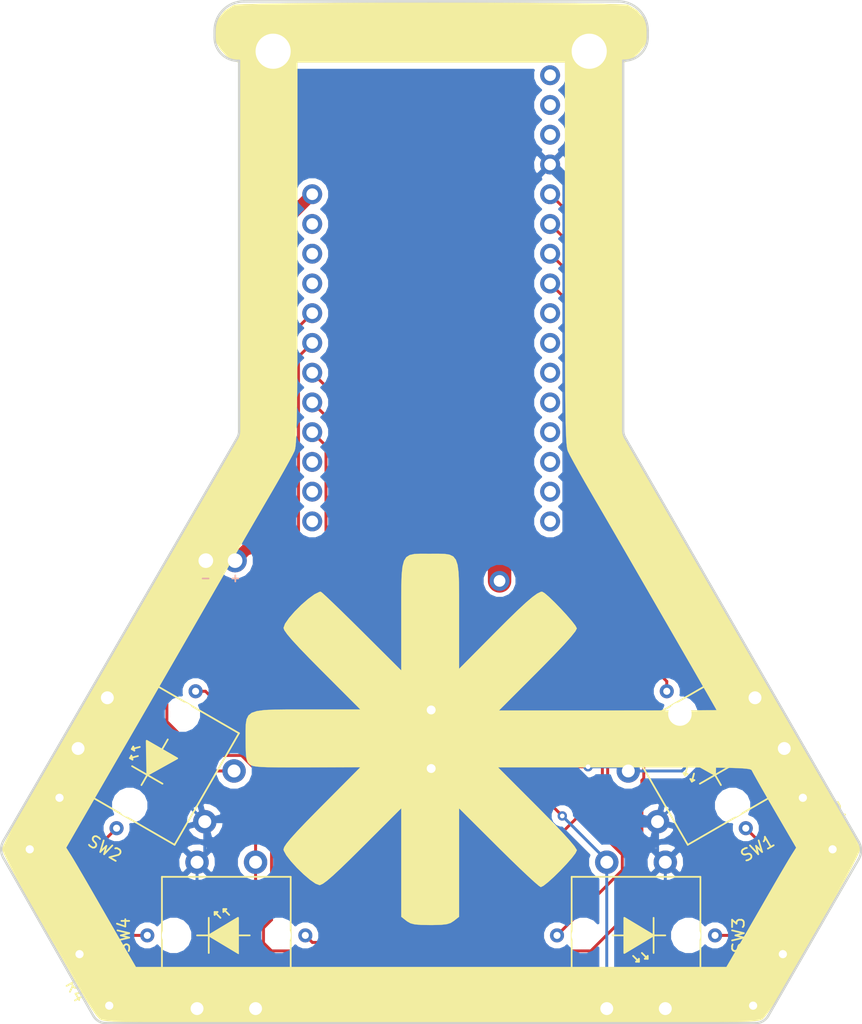
<source format=kicad_pcb>
(kicad_pcb (version 20171130) (host pcbnew "(5.0.0-rc2-dev-393-gbaef22df9)")

  (general
    (thickness 1.6)
    (drawings 22)
    (tracks 134)
    (zones 0)
    (modules 14)
    (nets 34)
  )

  (page A4)
  (layers
    (0 F.Cu signal)
    (31 B.Cu signal)
    (32 B.Adhes user)
    (33 F.Adhes user)
    (34 B.Paste user)
    (35 F.Paste user)
    (36 B.SilkS user)
    (37 F.SilkS user hide)
    (38 B.Mask user)
    (39 F.Mask user)
    (40 Dwgs.User user)
    (41 Cmts.User user)
    (42 Eco1.User user)
    (43 Eco2.User user)
    (44 Edge.Cuts user)
    (45 Margin user)
    (46 B.CrtYd user)
    (47 F.CrtYd user)
    (48 B.Fab user)
    (49 F.Fab user)
  )

  (setup
    (last_trace_width 2)
    (user_trace_width 0.5)
    (user_trace_width 1)
    (user_trace_width 1.5)
    (user_trace_width 2)
    (trace_clearance 0.2)
    (zone_clearance 0.508)
    (zone_45_only no)
    (trace_min 0.2)
    (segment_width 0.2)
    (edge_width 0.1)
    (via_size 0.8)
    (via_drill 0.4)
    (via_min_size 0.4)
    (via_min_drill 0.3)
    (uvia_size 0.3)
    (uvia_drill 0.1)
    (uvias_allowed no)
    (uvia_min_size 0.2)
    (uvia_min_drill 0.1)
    (pcb_text_width 0.3)
    (pcb_text_size 1.5 1.5)
    (mod_edge_width 0.15)
    (mod_text_size 1 1)
    (mod_text_width 0.15)
    (pad_size 1.5 1.5)
    (pad_drill 0.6)
    (pad_to_mask_clearance 0)
    (aux_axis_origin 0 0)
    (visible_elements FFFFF77F)
    (pcbplotparams
      (layerselection 0x010fc_ffffffff)
      (usegerberextensions false)
      (usegerberattributes false)
      (usegerberadvancedattributes false)
      (creategerberjobfile false)
      (excludeedgelayer true)
      (linewidth 0.100000)
      (plotframeref false)
      (viasonmask false)
      (mode 1)
      (useauxorigin false)
      (hpglpennumber 1)
      (hpglpenspeed 20)
      (hpglpendiameter 15)
      (psnegative false)
      (psa4output false)
      (plotreference true)
      (plotvalue true)
      (plotinvisibletext false)
      (padsonsilk false)
      (subtractmaskfromsilk false)
      (outputformat 1)
      (mirror false)
      (drillshape 1)
      (scaleselection 1)
      (outputdirectory ""))
  )

  (net 0 "")
  (net 1 +BATT)
  (net 2 GND)
  (net 3 "Net-(LS1-Pad1)")
  (net 4 "Net-(R1-Pad2)")
  (net 5 "Net-(R2-Pad2)")
  (net 6 "Net-(R3-Pad2)")
  (net 7 "Net-(R4-Pad2)")
  (net 8 BTN_R)
  (net 9 LED_R)
  (net 10 BTN_G)
  (net 11 LED_G)
  (net 12 LED_B)
  (net 13 BTN_B)
  (net 14 LED_Y)
  (net 15 BTN_Y)
  (net 16 "Net-(U1-Pad1)")
  (net 17 "Net-(U1-Pad2)")
  (net 18 "Net-(U1-Pad3)")
  (net 19 "Net-(U1-Pad9)")
  (net 20 "Net-(U1-Pad10)")
  (net 21 "Net-(U1-Pad11)")
  (net 22 "Net-(U1-Pad12)")
  (net 23 "Net-(U1-Pad13)")
  (net 24 "Net-(U1-Pad14)")
  (net 25 "Net-(U1-Pad15)")
  (net 26 "Net-(U1-Pad16)")
  (net 27 "Net-(U1-Pad17)")
  (net 28 "Net-(U1-Pad18)")
  (net 29 "Net-(U1-Pad19)")
  (net 30 "Net-(U1-Pad25)")
  (net 31 "Net-(U1-Pad26)")
  (net 32 "Net-(U1-Pad27)")
  (net 33 "Net-(U1-Pad29)")

  (net_class Default "This is the default net class."
    (clearance 0.2)
    (trace_width 0.25)
    (via_dia 0.8)
    (via_drill 0.4)
    (uvia_dia 0.3)
    (uvia_drill 0.1)
    (add_net +BATT)
    (add_net BTN_B)
    (add_net BTN_G)
    (add_net BTN_R)
    (add_net BTN_Y)
    (add_net GND)
    (add_net LED_B)
    (add_net LED_G)
    (add_net LED_R)
    (add_net LED_Y)
    (add_net "Net-(LS1-Pad1)")
    (add_net "Net-(R1-Pad2)")
    (add_net "Net-(R2-Pad2)")
    (add_net "Net-(R3-Pad2)")
    (add_net "Net-(R4-Pad2)")
    (add_net "Net-(U1-Pad1)")
    (add_net "Net-(U1-Pad10)")
    (add_net "Net-(U1-Pad11)")
    (add_net "Net-(U1-Pad12)")
    (add_net "Net-(U1-Pad13)")
    (add_net "Net-(U1-Pad14)")
    (add_net "Net-(U1-Pad15)")
    (add_net "Net-(U1-Pad16)")
    (add_net "Net-(U1-Pad17)")
    (add_net "Net-(U1-Pad18)")
    (add_net "Net-(U1-Pad19)")
    (add_net "Net-(U1-Pad2)")
    (add_net "Net-(U1-Pad25)")
    (add_net "Net-(U1-Pad26)")
    (add_net "Net-(U1-Pad27)")
    (add_net "Net-(U1-Pad29)")
    (add_net "Net-(U1-Pad3)")
    (add_net "Net-(U1-Pad9)")
  )

  (module FeatherWing:FeatherWing_NoOutline_WithAnt (layer B.Cu) (tedit 5AC98499) (tstamp 5AC9788A)
    (at 0 -18.4 270)
    (path /5A8B7115)
    (fp_text reference U1 (at 0 0 270) (layer B.SilkS) hide
      (effects (font (size 1 1) (thickness 0.15)) (justify mirror))
    )
    (fp_text value BAMF_2018_Badge (at 0 12.7 270) (layer B.Fab)
      (effects (font (size 1 1) (thickness 0.15)) (justify mirror))
    )
    (fp_circle (center -22.86 -8.89) (end -21.59 -8.89) (layer Dwgs.User) (width 0.15))
    (fp_circle (center -22.86 8.89) (end -21.59 8.89) (layer Dwgs.User) (width 0.15))
    (fp_circle (center 22.86 8.89) (end 21.59 8.89) (layer Dwgs.User) (width 0.15))
    (fp_circle (center 22.86 -8.89) (end 21.59 -8.89) (layer Dwgs.User) (width 0.15))
    (fp_arc (start 24.13 10.16) (end 24.13 11.43) (angle -90) (layer Dwgs.User) (width 0.15))
    (fp_arc (start 24.13 -10.16) (end 25.4 -10.16) (angle -90) (layer Dwgs.User) (width 0.15))
    (fp_arc (start -24.13 -10.16) (end -24.13 -11.43) (angle -90) (layer Dwgs.User) (width 0.15))
    (fp_arc (start -24.13 10.16) (end -25.4 10.16) (angle -90) (layer Dwgs.User) (width 0.15))
    (fp_line (start 24.13 -11.43) (end -24.13 -11.43) (layer Dwgs.User) (width 0.15))
    (fp_line (start -25.4 -10.16) (end -25.4 10.16) (layer Dwgs.User) (width 0.15))
    (fp_line (start -24.13 11.43) (end 24.13 11.43) (layer Dwgs.User) (width 0.15))
    (fp_line (start 25.4 10.16) (end 25.4 -10.16) (layer Dwgs.User) (width 0.15))
    (pad 29 thru_hole circle (at 24.13 -5.842 270) (size 1.7 1.7) (drill 1) (layers *.Cu *.Mask)
      (net 33 "Net-(U1-Pad29)"))
    (pad 28 thru_hole circle (at -8.89 10.16 270) (size 1.7 1.7) (drill 1) (layers *.Cu *.Mask)
      (net 1 +BATT))
    (pad 27 thru_hole circle (at -6.35 10.16 270) (size 1.7 1.7) (drill 1) (layers *.Cu *.Mask)
      (net 32 "Net-(U1-Pad27)"))
    (pad 26 thru_hole circle (at -3.81 10.16 270) (size 1.7 1.7) (drill 1) (layers *.Cu *.Mask)
      (net 31 "Net-(U1-Pad26)"))
    (pad 25 thru_hole circle (at -1.27 10.16 270) (size 1.7 1.7) (drill 1) (layers *.Cu *.Mask)
      (net 30 "Net-(U1-Pad25)"))
    (pad 24 thru_hole circle (at 1.27 10.16 270) (size 1.7 1.7) (drill 1) (layers *.Cu *.Mask)
      (net 10 BTN_G))
    (pad 23 thru_hole circle (at 3.81 10.16 270) (size 1.7 1.7) (drill 1) (layers *.Cu *.Mask)
      (net 15 BTN_Y))
    (pad 22 thru_hole circle (at 6.35 10.16 270) (size 1.7 1.7) (drill 1) (layers *.Cu *.Mask)
      (net 8 BTN_R))
    (pad 21 thru_hole circle (at 8.89 10.16 270) (size 1.7 1.7) (drill 1) (layers *.Cu *.Mask)
      (net 13 BTN_B))
    (pad 20 thru_hole circle (at 11.43 10.16 270) (size 1.7 1.7) (drill 1) (layers *.Cu *.Mask)
      (net 3 "Net-(LS1-Pad1)"))
    (pad 19 thru_hole circle (at 13.97 10.16 270) (size 1.7 1.7) (drill 1) (layers *.Cu *.Mask)
      (net 29 "Net-(U1-Pad19)"))
    (pad 18 thru_hole circle (at 16.51 10.16 270) (size 1.7 1.7) (drill 1) (layers *.Cu *.Mask)
      (net 28 "Net-(U1-Pad18)"))
    (pad 17 thru_hole circle (at 19.05 10.16 270) (size 1.7 1.7) (drill 1) (layers *.Cu *.Mask)
      (net 27 "Net-(U1-Pad17)"))
    (pad 16 thru_hole circle (at 19.05 -10.16 270) (size 1.7 1.7) (drill 1) (layers *.Cu *.Mask)
      (net 26 "Net-(U1-Pad16)"))
    (pad 15 thru_hole circle (at 16.51 -10.16 270) (size 1.7 1.7) (drill 1) (layers *.Cu *.Mask)
      (net 25 "Net-(U1-Pad15)"))
    (pad 14 thru_hole circle (at 13.97 -10.16 270) (size 1.7 1.7) (drill 1) (layers *.Cu *.Mask)
      (net 24 "Net-(U1-Pad14)"))
    (pad 13 thru_hole circle (at 11.43 -10.16 270) (size 1.7 1.7) (drill 1) (layers *.Cu *.Mask)
      (net 23 "Net-(U1-Pad13)"))
    (pad 12 thru_hole circle (at 8.89 -10.16 270) (size 1.7 1.7) (drill 1) (layers *.Cu *.Mask)
      (net 22 "Net-(U1-Pad12)"))
    (pad 11 thru_hole circle (at 6.35 -10.16 270) (size 1.7 1.7) (drill 1) (layers *.Cu *.Mask)
      (net 21 "Net-(U1-Pad11)"))
    (pad 10 thru_hole circle (at 3.81 -10.16 270) (size 1.7 1.7) (drill 1) (layers *.Cu *.Mask)
      (net 20 "Net-(U1-Pad10)"))
    (pad 9 thru_hole circle (at 1.27 -10.16 270) (size 1.7 1.7) (drill 1) (layers *.Cu *.Mask)
      (net 19 "Net-(U1-Pad9)"))
    (pad 8 thru_hole circle (at -1.27 -10.16 270) (size 1.7 1.7) (drill 1) (layers *.Cu *.Mask)
      (net 14 LED_Y))
    (pad 7 thru_hole circle (at -3.81 -10.16 270) (size 1.7 1.7) (drill 1) (layers *.Cu *.Mask)
      (net 12 LED_B))
    (pad 6 thru_hole circle (at -6.35 -10.16 270) (size 1.7 1.7) (drill 1) (layers *.Cu *.Mask)
      (net 11 LED_G))
    (pad 5 thru_hole circle (at -8.89 -10.16 270) (size 1.7 1.7) (drill 1) (layers *.Cu *.Mask)
      (net 9 LED_R))
    (pad 4 thru_hole circle (at -11.43 -10.16 270) (size 1.7 1.7) (drill 1) (layers *.Cu *.Mask)
      (net 2 GND))
    (pad 3 thru_hole circle (at -13.97 -10.16 270) (size 1.7 1.7) (drill 1) (layers *.Cu *.Mask)
      (net 18 "Net-(U1-Pad3)"))
    (pad 2 thru_hole circle (at -16.51 -10.16 270) (size 1.7 1.7) (drill 1) (layers *.Cu *.Mask)
      (net 17 "Net-(U1-Pad2)"))
    (pad 1 thru_hole circle (at -19.05 -10.16 270) (size 1.7 1.7) (drill 1) (layers *.Cu *.Mask)
      (net 16 "Net-(U1-Pad1)"))
  )

  (module Custom:BATT_CONN (layer F.Cu) (tedit 5AC9654A) (tstamp 5AC9825F)
    (at -18 4 180)
    (path /5ACAF28A)
    (fp_text reference J1 (at 0 2.54 180) (layer F.SilkS)
      (effects (font (size 1 1) (thickness 0.15)))
    )
    (fp_text value Conn_01x02 (at 0 -2.794 180) (layer F.Fab)
      (effects (font (size 1 1) (thickness 0.15)))
    )
    (fp_line (start 1.016 -1.524) (end 1.524 -1.524) (layer B.SilkS) (width 0.15))
    (fp_line (start -1.27 -1.778) (end -1.27 -1.27) (layer B.SilkS) (width 0.15))
    (fp_line (start -1.524 -1.524) (end -1.016 -1.524) (layer B.SilkS) (width 0.15))
    (pad 2 thru_hole circle (at 1.25 0 180) (size 2 2) (drill 1.25) (layers *.Cu *.Mask)
      (net 2 GND))
    (pad 1 thru_hole circle (at -1.25 0 180) (size 2 2) (drill 1.25) (layers *.Cu *.Mask)
      (net 1 +BATT))
  )

  (module Custom:PS1240_Piezo (layer F.Cu) (tedit 5AC95256) (tstamp 5AC99A83)
    (at 0 19.25 270)
    (path /5ACAEF73)
    (fp_text reference LS1 (at 0 4.25 270) (layer F.SilkS)
      (effects (font (size 1 1) (thickness 0.15)))
    )
    (fp_text value Piezo (at 0 -1.75 90) (layer F.Fab)
      (effects (font (size 1 1) (thickness 0.15)))
    )
    (fp_circle (center 0 0) (end 6 0) (layer F.SilkS) (width 0.15))
    (pad 1 thru_hole circle (at -2.5 0 270) (size 1.524 1.524) (drill 0.762) (layers *.Cu *.Mask)
      (net 3 "Net-(LS1-Pad1)"))
    (pad 2 thru_hole circle (at 2.5 0 270) (size 1.524 1.524) (drill 0.762) (layers *.Cu *.Mask)
      (net 2 GND))
  )

  (module Resistors_THT:R_Axial_DIN0204_L3.6mm_D1.6mm_P5.08mm_Horizontal (layer F.Cu) (tedit 5874F706) (tstamp 5AC97407)
    (at 31.75 24.25 300)
    (descr "Resistor, Axial_DIN0204 series, Axial, Horizontal, pin pitch=5.08mm, 0.16666666666666666W = 1/6W, length*diameter=3.6*1.6mm^2, http://cdn-reichelt.de/documents/datenblatt/B400/1_4W%23YAG.pdf")
    (tags "Resistor Axial_DIN0204 series Axial Horizontal pin pitch 5.08mm 0.16666666666666666W = 1/6W length 3.6mm diameter 1.6mm")
    (path /5ACAE376)
    (fp_text reference R1 (at 2.54 -1.86 300) (layer F.SilkS)
      (effects (font (size 1 1) (thickness 0.15)))
    )
    (fp_text value 90 (at 2.54 1.86 300) (layer F.Fab)
      (effects (font (size 1 1) (thickness 0.15)))
    )
    (fp_line (start 6.05 -1.15) (end -0.95 -1.15) (layer F.CrtYd) (width 0.05))
    (fp_line (start 6.05 1.15) (end 6.05 -1.15) (layer F.CrtYd) (width 0.05))
    (fp_line (start -0.95 1.15) (end 6.05 1.15) (layer F.CrtYd) (width 0.05))
    (fp_line (start -0.95 -1.15) (end -0.95 1.15) (layer F.CrtYd) (width 0.05))
    (fp_line (start 0.68 0.86) (end 4.4 0.86) (layer F.SilkS) (width 0.12))
    (fp_line (start 0.68 -0.86) (end 4.4 -0.86) (layer F.SilkS) (width 0.12))
    (fp_line (start 5.08 0) (end 4.34 0) (layer F.Fab) (width 0.1))
    (fp_line (start 0 0) (end 0.74 0) (layer F.Fab) (width 0.1))
    (fp_line (start 4.34 -0.8) (end 0.74 -0.8) (layer F.Fab) (width 0.1))
    (fp_line (start 4.34 0.8) (end 4.34 -0.8) (layer F.Fab) (width 0.1))
    (fp_line (start 0.74 0.8) (end 4.34 0.8) (layer F.Fab) (width 0.1))
    (fp_line (start 0.74 -0.8) (end 0.74 0.8) (layer F.Fab) (width 0.1))
    (pad 2 thru_hole oval (at 5.08 0 300) (size 1.4 1.4) (drill 0.7) (layers *.Cu *.Mask)
      (net 4 "Net-(R1-Pad2)"))
    (pad 1 thru_hole circle (at 0 0 300) (size 1.4 1.4) (drill 0.7) (layers *.Cu *.Mask)
      (net 2 GND))
    (model ${KISYS3DMOD}/Resistors_THT.3dshapes/R_Axial_DIN0204_L3.6mm_D1.6mm_P5.08mm_Horizontal.wrl
      (at (xyz 0 0 0))
      (scale (xyz 0.393701 0.393701 0.393701))
      (rotate (xyz 0 0 0))
    )
  )

  (module Resistors_THT:R_Axial_DIN0204_L3.6mm_D1.6mm_P5.08mm_Horizontal (layer F.Cu) (tedit 5874F706) (tstamp 5AC99BA8)
    (at -31.75 24.25 240)
    (descr "Resistor, Axial_DIN0204 series, Axial, Horizontal, pin pitch=5.08mm, 0.16666666666666666W = 1/6W, length*diameter=3.6*1.6mm^2, http://cdn-reichelt.de/documents/datenblatt/B400/1_4W%23YAG.pdf")
    (tags "Resistor Axial_DIN0204 series Axial Horizontal pin pitch 5.08mm 0.16666666666666666W = 1/6W length 3.6mm diameter 1.6mm")
    (path /5ACAE81E)
    (fp_text reference R2 (at 2.54 -1.86 240) (layer F.SilkS)
      (effects (font (size 1 1) (thickness 0.15)))
    )
    (fp_text value 30 (at 2.54 1.86 240) (layer F.Fab)
      (effects (font (size 1 1) (thickness 0.15)))
    )
    (fp_line (start 0.74 -0.799998) (end 0.74 0.799999) (layer F.Fab) (width 0.1))
    (fp_line (start 0.74 0.799999) (end 4.34 0.8) (layer F.Fab) (width 0.1))
    (fp_line (start 4.34 0.8) (end 4.34 -0.8) (layer F.Fab) (width 0.1))
    (fp_line (start 4.34 -0.8) (end 0.74 -0.799998) (layer F.Fab) (width 0.1))
    (fp_line (start 0 0) (end 0.74 0) (layer F.Fab) (width 0.1))
    (fp_line (start 5.079999 0.000001) (end 4.339999 0.000001) (layer F.Fab) (width 0.1))
    (fp_line (start 0.68 -0.86) (end 4.4 -0.86) (layer F.SilkS) (width 0.12))
    (fp_line (start 0.68 0.86) (end 4.4 0.86) (layer F.SilkS) (width 0.12))
    (fp_line (start -0.95 -1.15) (end -0.95 1.15) (layer F.CrtYd) (width 0.05))
    (fp_line (start -0.95 1.15) (end 6.05 1.15) (layer F.CrtYd) (width 0.05))
    (fp_line (start 6.05 1.15) (end 6.05 -1.15) (layer F.CrtYd) (width 0.05))
    (fp_line (start 6.05 -1.15) (end -0.95 -1.15) (layer F.CrtYd) (width 0.05))
    (pad 1 thru_hole circle (at 0 0 240) (size 1.4 1.4) (drill 0.7) (layers *.Cu *.Mask)
      (net 2 GND))
    (pad 2 thru_hole oval (at 5.079999 0.000001 240) (size 1.4 1.4) (drill 0.7) (layers *.Cu *.Mask)
      (net 5 "Net-(R2-Pad2)"))
    (model ${KISYS3DMOD}/Resistors_THT.3dshapes/R_Axial_DIN0204_L3.6mm_D1.6mm_P5.08mm_Horizontal.wrl
      (at (xyz 0 0 0))
      (scale (xyz 0.393701 0.393701 0.393701))
      (rotate (xyz 0 0 0))
    )
  )

  (module Resistors_THT:R_Axial_DIN0204_L3.6mm_D1.6mm_P5.08mm_Horizontal (layer F.Cu) (tedit 5874F706) (tstamp 5AC98F80)
    (at 27.5 42 60)
    (descr "Resistor, Axial_DIN0204 series, Axial, Horizontal, pin pitch=5.08mm, 0.16666666666666666W = 1/6W, length*diameter=3.6*1.6mm^2, http://cdn-reichelt.de/documents/datenblatt/B400/1_4W%23YAG.pdf")
    (tags "Resistor Axial_DIN0204 series Axial Horizontal pin pitch 5.08mm 0.16666666666666666W = 1/6W length 3.6mm diameter 1.6mm")
    (path /5ACAE6C0)
    (fp_text reference R3 (at 2.54 -1.86 60) (layer F.SilkS)
      (effects (font (size 1 1) (thickness 0.15)))
    )
    (fp_text value 30 (at 2.54 1.86 60) (layer F.Fab)
      (effects (font (size 1 1) (thickness 0.15)))
    )
    (fp_line (start 6.05 -1.15) (end -0.95 -1.15) (layer F.CrtYd) (width 0.05))
    (fp_line (start 6.05 1.15) (end 6.05 -1.15) (layer F.CrtYd) (width 0.05))
    (fp_line (start -0.95 1.15) (end 6.05 1.15) (layer F.CrtYd) (width 0.05))
    (fp_line (start -0.95 -1.15) (end -0.95 1.15) (layer F.CrtYd) (width 0.05))
    (fp_line (start 0.68 0.86) (end 4.4 0.86) (layer F.SilkS) (width 0.12))
    (fp_line (start 0.68 -0.86) (end 4.4 -0.86) (layer F.SilkS) (width 0.12))
    (fp_line (start 5.079999 0) (end 4.339999 0) (layer F.Fab) (width 0.1))
    (fp_line (start 0 0) (end 0.74 0) (layer F.Fab) (width 0.1))
    (fp_line (start 4.34 -0.8) (end 0.74 -0.799999) (layer F.Fab) (width 0.1))
    (fp_line (start 4.34 0.8) (end 4.34 -0.8) (layer F.Fab) (width 0.1))
    (fp_line (start 0.74 0.799999) (end 4.34 0.8) (layer F.Fab) (width 0.1))
    (fp_line (start 0.74 -0.799999) (end 0.74 0.799999) (layer F.Fab) (width 0.1))
    (pad 2 thru_hole oval (at 5.079999 0 60) (size 1.4 1.4) (drill 0.7) (layers *.Cu *.Mask)
      (net 6 "Net-(R3-Pad2)"))
    (pad 1 thru_hole circle (at 0 0 60) (size 1.4 1.4) (drill 0.7) (layers *.Cu *.Mask)
      (net 2 GND))
    (model ${KISYS3DMOD}/Resistors_THT.3dshapes/R_Axial_DIN0204_L3.6mm_D1.6mm_P5.08mm_Horizontal.wrl
      (at (xyz 0 0 0))
      (scale (xyz 0.393701 0.393701 0.393701))
      (rotate (xyz 0 0 0))
    )
  )

  (module Resistors_THT:R_Axial_DIN0204_L3.6mm_D1.6mm_P5.08mm_Horizontal (layer F.Cu) (tedit 5874F706) (tstamp 5AC971C7)
    (at -27.5 42 120)
    (descr "Resistor, Axial_DIN0204 series, Axial, Horizontal, pin pitch=5.08mm, 0.16666666666666666W = 1/6W, length*diameter=3.6*1.6mm^2, http://cdn-reichelt.de/documents/datenblatt/B400/1_4W%23YAG.pdf")
    (tags "Resistor Axial_DIN0204 series Axial Horizontal pin pitch 5.08mm 0.16666666666666666W = 1/6W length 3.6mm diameter 1.6mm")
    (path /5ACAE831)
    (fp_text reference R4 (at 2.54 -1.86 120) (layer F.SilkS)
      (effects (font (size 1 1) (thickness 0.15)))
    )
    (fp_text value 90 (at 2.54 1.86 120) (layer F.Fab)
      (effects (font (size 1 1) (thickness 0.15)))
    )
    (fp_line (start 0.74 -0.8) (end 0.74 0.8) (layer F.Fab) (width 0.1))
    (fp_line (start 0.74 0.8) (end 4.34 0.8) (layer F.Fab) (width 0.1))
    (fp_line (start 4.34 0.8) (end 4.34 -0.8) (layer F.Fab) (width 0.1))
    (fp_line (start 4.34 -0.8) (end 0.74 -0.8) (layer F.Fab) (width 0.1))
    (fp_line (start 0 0) (end 0.74 0) (layer F.Fab) (width 0.1))
    (fp_line (start 5.08 0) (end 4.34 0) (layer F.Fab) (width 0.1))
    (fp_line (start 0.68 -0.86) (end 4.4 -0.86) (layer F.SilkS) (width 0.12))
    (fp_line (start 0.68 0.86) (end 4.4 0.86) (layer F.SilkS) (width 0.12))
    (fp_line (start -0.95 -1.15) (end -0.95 1.15) (layer F.CrtYd) (width 0.05))
    (fp_line (start -0.95 1.15) (end 6.05 1.15) (layer F.CrtYd) (width 0.05))
    (fp_line (start 6.05 1.15) (end 6.05 -1.15) (layer F.CrtYd) (width 0.05))
    (fp_line (start 6.05 -1.15) (end -0.95 -1.15) (layer F.CrtYd) (width 0.05))
    (pad 1 thru_hole circle (at 0 0 120) (size 1.4 1.4) (drill 0.7) (layers *.Cu *.Mask)
      (net 2 GND))
    (pad 2 thru_hole oval (at 5.08 0 120) (size 1.4 1.4) (drill 0.7) (layers *.Cu *.Mask)
      (net 7 "Net-(R4-Pad2)"))
    (model ${KISYS3DMOD}/Resistors_THT.3dshapes/R_Axial_DIN0204_L3.6mm_D1.6mm_P5.08mm_Horizontal.wrl
      (at (xyz 0 0 0))
      (scale (xyz 0.393701 0.393701 0.393701))
      (rotate (xyz 0 0 0))
    )
  )

  (module Custom:SW_PUSH_LED (layer F.Cu) (tedit 5AC94E5B) (tstamp 5AC97180)
    (at 23.5 21 210)
    (tags "tact sw push w/ LED")
    (path /5ACAE2C6)
    (fp_text reference SW1 (at 0 -8.75 210) (layer F.SilkS)
      (effects (font (size 1 1) (thickness 0.15)))
    )
    (fp_text value RED (at 0 8.75 210) (layer F.Fab)
      (effects (font (size 1 1) (thickness 0.15)))
    )
    (fp_line (start -5 -5.5) (end -5 5.5) (layer F.SilkS) (width 0.15))
    (fp_line (start -5 5.5) (end 5 5.5) (layer F.SilkS) (width 0.15))
    (fp_line (start 5 5.5) (end 5 -5.5) (layer F.SilkS) (width 0.15))
    (fp_line (start 5 -5.5) (end -5 -5.5) (layer F.SilkS) (width 0.15))
    (fp_poly (pts (xy 0 -1.5) (xy -1.5 1) (xy 1.5 1)) (layer F.SilkS) (width 0.15))
    (fp_line (start -1.5 -1.5) (end 1.5 -1.5) (layer F.SilkS) (width 0.15))
    (fp_line (start 0 1) (end 0 2) (layer F.SilkS) (width 0.15))
    (fp_line (start 0 -1.5) (end 0 -2.5) (layer F.SilkS) (width 0.15))
    (fp_line (start 1.5 -0.5) (end 2 -1) (layer F.SilkS) (width 0.15))
    (fp_line (start 2 -1) (end 1.75 -1) (layer F.SilkS) (width 0.15))
    (fp_line (start 1.75 -1) (end 2 -0.75) (layer F.SilkS) (width 0.15))
    (fp_line (start 2 -0.75) (end 2 -1) (layer F.SilkS) (width 0.15))
    (fp_line (start 1.75 0.25) (end 2.25 -0.25) (layer F.SilkS) (width 0.15))
    (fp_line (start 2.25 -0.25) (end 2 -0.25) (layer F.SilkS) (width 0.15))
    (fp_line (start 2 -0.25) (end 2.25 0) (layer F.SilkS) (width 0.15))
    (fp_line (start 2.25 0) (end 2.25 -0.25) (layer F.SilkS) (width 0.15))
    (pad 2 thru_hole circle (at -6.25 2.5 300) (size 2 2) (drill 1.1) (layers *.Cu *.Mask)
      (net 8 BTN_R))
    (pad 1 thru_hole circle (at -6.25 -2.5 300) (size 2 2) (drill 1.1) (layers *.Cu *.Mask)
      (net 2 GND))
    (pad 2 thru_hole circle (at 6.25 2.5 300) (size 2 2) (drill 1.1) (layers *.Cu *.Mask)
      (net 8 BTN_R))
    (pad 1 thru_hole circle (at 6.25 -2.5 300) (size 2 2) (drill 1.1) (layers *.Cu *.Mask)
      (net 2 GND))
    (pad "" np_thru_hole circle (at 0 4.5 210) (size 2 2) (drill 2) (layers *.Cu *.Mask))
    (pad "" np_thru_hole circle (at 0 -4.5 210) (size 2 2) (drill 2) (layers *.Cu *.Mask))
    (pad 3 thru_hole circle (at 0 -6.75 300) (size 1.2 1.2) (drill 0.6) (layers *.Cu *.Mask)
      (net 4 "Net-(R1-Pad2)"))
    (pad 4 thru_hole circle (at 0 6.75 300) (size 1.2 1.2) (drill 0.6) (layers *.Cu *.Mask)
      (net 9 LED_R))
    (model ${KISYS3DMOD}/Buttons_Switches_THT.3dshapes/SW_PUSH_6mm.wrl
      (offset (xyz 0.1269999980926514 0 0))
      (scale (xyz 0.3937 0.3937 0.3937))
      (rotate (xyz 0 0 0))
    )
  )

  (module Custom:SW_PUSH_LED (layer F.Cu) (tedit 5AC94E5B) (tstamp 5AC972E8)
    (at -23.5 21 150)
    (tags "tact sw push w/ LED")
    (path /5ACAE817)
    (fp_text reference SW2 (at 0 -8.75 150) (layer F.SilkS)
      (effects (font (size 1 1) (thickness 0.15)))
    )
    (fp_text value GREEN (at 0 8.75 150) (layer F.Fab)
      (effects (font (size 1 1) (thickness 0.15)))
    )
    (fp_line (start -5 -5.5) (end -5 5.5) (layer F.SilkS) (width 0.15))
    (fp_line (start -5 5.5) (end 5 5.5) (layer F.SilkS) (width 0.15))
    (fp_line (start 5 5.5) (end 5 -5.5) (layer F.SilkS) (width 0.15))
    (fp_line (start 5 -5.5) (end -5 -5.5) (layer F.SilkS) (width 0.15))
    (fp_poly (pts (xy 0 -1.5) (xy -1.5 1) (xy 1.5 1)) (layer F.SilkS) (width 0.15))
    (fp_line (start -1.5 -1.5) (end 1.5 -1.5) (layer F.SilkS) (width 0.15))
    (fp_line (start 0 1) (end 0 2) (layer F.SilkS) (width 0.15))
    (fp_line (start 0 -1.5) (end 0 -2.5) (layer F.SilkS) (width 0.15))
    (fp_line (start 1.5 -0.5) (end 2 -1) (layer F.SilkS) (width 0.15))
    (fp_line (start 2 -1) (end 1.75 -1) (layer F.SilkS) (width 0.15))
    (fp_line (start 1.75 -1) (end 2 -0.75) (layer F.SilkS) (width 0.15))
    (fp_line (start 2 -0.75) (end 2 -1) (layer F.SilkS) (width 0.15))
    (fp_line (start 1.75 0.25) (end 2.25 -0.25) (layer F.SilkS) (width 0.15))
    (fp_line (start 2.25 -0.25) (end 2 -0.25) (layer F.SilkS) (width 0.15))
    (fp_line (start 2 -0.25) (end 2.25 0) (layer F.SilkS) (width 0.15))
    (fp_line (start 2.25 0) (end 2.25 -0.25) (layer F.SilkS) (width 0.15))
    (pad 2 thru_hole circle (at -6.25 2.5 240) (size 2 2) (drill 1.1) (layers *.Cu *.Mask)
      (net 10 BTN_G))
    (pad 1 thru_hole circle (at -6.25 -2.5 240) (size 2 2) (drill 1.1) (layers *.Cu *.Mask)
      (net 2 GND))
    (pad 2 thru_hole circle (at 6.25 2.5 240) (size 2 2) (drill 1.1) (layers *.Cu *.Mask)
      (net 10 BTN_G))
    (pad 1 thru_hole circle (at 6.25 -2.5 240) (size 2 2) (drill 1.1) (layers *.Cu *.Mask)
      (net 2 GND))
    (pad "" np_thru_hole circle (at 0 4.5 150) (size 2 2) (drill 2) (layers *.Cu *.Mask))
    (pad "" np_thru_hole circle (at 0 -4.5 150) (size 2 2) (drill 2) (layers *.Cu *.Mask))
    (pad 3 thru_hole circle (at 0 -6.75 240) (size 1.2 1.2) (drill 0.6) (layers *.Cu *.Mask)
      (net 5 "Net-(R2-Pad2)"))
    (pad 4 thru_hole circle (at 0 6.75 240) (size 1.2 1.2) (drill 0.6) (layers *.Cu *.Mask)
      (net 11 LED_G))
    (model ${KISYS3DMOD}/Buttons_Switches_THT.3dshapes/SW_PUSH_6mm.wrl
      (offset (xyz 0.1269999980926514 0 0))
      (scale (xyz 0.3937 0.3937 0.3937))
      (rotate (xyz 0 0 0))
    )
  )

  (module Custom:SW_PUSH_LED (layer F.Cu) (tedit 5AC94E5B) (tstamp 5AC97285)
    (at 17.5 36 270)
    (tags "tact sw push w/ LED")
    (path /5ACAE6B9)
    (fp_text reference SW3 (at 0 -8.75 270) (layer F.SilkS)
      (effects (font (size 1 1) (thickness 0.15)))
    )
    (fp_text value BLUE (at 0 8.75 270) (layer F.Fab)
      (effects (font (size 1 1) (thickness 0.15)))
    )
    (fp_line (start 2.25 0) (end 2.25 -0.25) (layer F.SilkS) (width 0.15))
    (fp_line (start 2 -0.25) (end 2.25 0) (layer F.SilkS) (width 0.15))
    (fp_line (start 2.25 -0.25) (end 2 -0.25) (layer F.SilkS) (width 0.15))
    (fp_line (start 1.75 0.25) (end 2.25 -0.25) (layer F.SilkS) (width 0.15))
    (fp_line (start 2 -0.75) (end 2 -1) (layer F.SilkS) (width 0.15))
    (fp_line (start 1.75 -1) (end 2 -0.75) (layer F.SilkS) (width 0.15))
    (fp_line (start 2 -1) (end 1.75 -1) (layer F.SilkS) (width 0.15))
    (fp_line (start 1.5 -0.5) (end 2 -1) (layer F.SilkS) (width 0.15))
    (fp_line (start 0 -1.5) (end 0 -2.5) (layer F.SilkS) (width 0.15))
    (fp_line (start 0 1) (end 0 2) (layer F.SilkS) (width 0.15))
    (fp_line (start -1.5 -1.5) (end 1.5 -1.5) (layer F.SilkS) (width 0.15))
    (fp_poly (pts (xy 0 -1.5) (xy -1.5 1) (xy 1.5 1)) (layer F.SilkS) (width 0.15))
    (fp_line (start 5 -5.5) (end -5 -5.5) (layer F.SilkS) (width 0.15))
    (fp_line (start 5 5.5) (end 5 -5.5) (layer F.SilkS) (width 0.15))
    (fp_line (start -5 5.5) (end 5 5.5) (layer F.SilkS) (width 0.15))
    (fp_line (start -5 -5.5) (end -5 5.5) (layer F.SilkS) (width 0.15))
    (pad 4 thru_hole circle (at 0 6.75) (size 1.2 1.2) (drill 0.6) (layers *.Cu *.Mask)
      (net 12 LED_B))
    (pad 3 thru_hole circle (at 0 -6.75) (size 1.2 1.2) (drill 0.6) (layers *.Cu *.Mask)
      (net 6 "Net-(R3-Pad2)"))
    (pad "" np_thru_hole circle (at 0 -4.5 270) (size 2 2) (drill 2) (layers *.Cu *.Mask))
    (pad "" np_thru_hole circle (at 0 4.5 270) (size 2 2) (drill 2) (layers *.Cu *.Mask))
    (pad 1 thru_hole circle (at 6.25 -2.5) (size 2 2) (drill 1.1) (layers *.Cu *.Mask)
      (net 2 GND))
    (pad 2 thru_hole circle (at 6.25 2.5) (size 2 2) (drill 1.1) (layers *.Cu *.Mask)
      (net 13 BTN_B))
    (pad 1 thru_hole circle (at -6.25 -2.5) (size 2 2) (drill 1.1) (layers *.Cu *.Mask)
      (net 2 GND))
    (pad 2 thru_hole circle (at -6.25 2.5) (size 2 2) (drill 1.1) (layers *.Cu *.Mask)
      (net 13 BTN_B))
    (model ${KISYS3DMOD}/Buttons_Switches_THT.3dshapes/SW_PUSH_6mm.wrl
      (offset (xyz 0.1269999980926514 0 0))
      (scale (xyz 0.3937 0.3937 0.3937))
      (rotate (xyz 0 0 0))
    )
  )

  (module Custom:SW_PUSH_LED (layer F.Cu) (tedit 5AC94E5B) (tstamp 5AC9712F)
    (at -17.5 36 90)
    (tags "tact sw push w/ LED")
    (path /5ACAE82A)
    (fp_text reference SW4 (at 0 -8.75 90) (layer F.SilkS)
      (effects (font (size 1 1) (thickness 0.15)))
    )
    (fp_text value YELLOW (at 0 8.75 90) (layer F.Fab)
      (effects (font (size 1 1) (thickness 0.15)))
    )
    (fp_line (start 2.25 0) (end 2.25 -0.25) (layer F.SilkS) (width 0.15))
    (fp_line (start 2 -0.25) (end 2.25 0) (layer F.SilkS) (width 0.15))
    (fp_line (start 2.25 -0.25) (end 2 -0.25) (layer F.SilkS) (width 0.15))
    (fp_line (start 1.75 0.25) (end 2.25 -0.25) (layer F.SilkS) (width 0.15))
    (fp_line (start 2 -0.75) (end 2 -1) (layer F.SilkS) (width 0.15))
    (fp_line (start 1.75 -1) (end 2 -0.75) (layer F.SilkS) (width 0.15))
    (fp_line (start 2 -1) (end 1.75 -1) (layer F.SilkS) (width 0.15))
    (fp_line (start 1.5 -0.5) (end 2 -1) (layer F.SilkS) (width 0.15))
    (fp_line (start 0 -1.5) (end 0 -2.5) (layer F.SilkS) (width 0.15))
    (fp_line (start 0 1) (end 0 2) (layer F.SilkS) (width 0.15))
    (fp_line (start -1.5 -1.5) (end 1.5 -1.5) (layer F.SilkS) (width 0.15))
    (fp_poly (pts (xy 0 -1.5) (xy -1.5 1) (xy 1.5 1)) (layer F.SilkS) (width 0.15))
    (fp_line (start 5 -5.5) (end -5 -5.5) (layer F.SilkS) (width 0.15))
    (fp_line (start 5 5.5) (end 5 -5.5) (layer F.SilkS) (width 0.15))
    (fp_line (start -5 5.5) (end 5 5.5) (layer F.SilkS) (width 0.15))
    (fp_line (start -5 -5.5) (end -5 5.5) (layer F.SilkS) (width 0.15))
    (pad 4 thru_hole circle (at 0 6.75 180) (size 1.2 1.2) (drill 0.6) (layers *.Cu *.Mask)
      (net 14 LED_Y))
    (pad 3 thru_hole circle (at 0 -6.75 180) (size 1.2 1.2) (drill 0.6) (layers *.Cu *.Mask)
      (net 7 "Net-(R4-Pad2)"))
    (pad "" np_thru_hole circle (at 0 -4.5 90) (size 2 2) (drill 2) (layers *.Cu *.Mask))
    (pad "" np_thru_hole circle (at 0 4.5 90) (size 2 2) (drill 2) (layers *.Cu *.Mask))
    (pad 1 thru_hole circle (at 6.25 -2.5 180) (size 2 2) (drill 1.1) (layers *.Cu *.Mask)
      (net 2 GND))
    (pad 2 thru_hole circle (at 6.25 2.5 180) (size 2 2) (drill 1.1) (layers *.Cu *.Mask)
      (net 15 BTN_Y))
    (pad 1 thru_hole circle (at -6.25 -2.5 180) (size 2 2) (drill 1.1) (layers *.Cu *.Mask)
      (net 2 GND))
    (pad 2 thru_hole circle (at -6.25 2.5 180) (size 2 2) (drill 1.1) (layers *.Cu *.Mask)
      (net 15 BTN_Y))
    (model ${KISYS3DMOD}/Buttons_Switches_THT.3dshapes/SW_PUSH_6mm.wrl
      (offset (xyz 0.1269999980926514 0 0))
      (scale (xyz 0.3937 0.3937 0.3937))
      (rotate (xyz 0 0 0))
    )
  )

  (module LOGOS:LaserFlaskPCB (layer F.Cu) (tedit 0) (tstamp 5AC977B0)
    (at 0 0)
    (fp_text reference G*** (at 0 0) (layer F.SilkS) hide
      (effects (font (size 1.524 1.524) (thickness 0.3)))
    )
    (fp_text value LOGO (at 0.75 0) (layer F.SilkS) hide
      (effects (font (size 1.524 1.524) (thickness 0.3)))
    )
    (fp_poly (pts (xy 2.511831 -43.646858) (xy 4.565057 -43.642214) (xy 6.554643 -43.634842) (xy 8.451693 -43.624741)
      (xy 10.227308 -43.611912) (xy 11.852592 -43.596354) (xy 13.298645 -43.578068) (xy 14.536572 -43.557054)
      (xy 15.537473 -43.533311) (xy 16.272452 -43.50684) (xy 16.71261 -43.47764) (xy 16.822795 -43.458954)
      (xy 17.57384 -43.014722) (xy 18.139891 -42.361549) (xy 18.472267 -41.580974) (xy 18.522286 -40.754533)
      (xy 18.504452 -40.642291) (xy 18.246959 -39.997554) (xy 17.771624 -39.362125) (xy 17.181853 -38.859503)
      (xy 16.874724 -38.695904) (xy 16.359959 -38.482682) (xy 16.405147 -22.608119) (xy 16.450336 -6.733557)
      (xy 17.456266 -5.028859) (xy 17.890442 -4.289206) (xy 18.439781 -3.347558) (xy 19.049786 -2.297648)
      (xy 19.665958 -1.233209) (xy 20.033187 -0.596644) (xy 20.6285 0.436294) (xy 21.335408 1.66186)
      (xy 22.094767 2.977575) (xy 22.847433 4.280962) (xy 23.525872 5.455034) (xy 24.189616 6.603889)
      (xy 24.967362 7.951219) (xy 25.803121 9.399959) (xy 26.640906 10.853044) (xy 27.424727 12.213411)
      (xy 27.70493 12.7) (xy 28.339696 13.801623) (xy 29.106292 15.130565) (xy 29.965624 16.619146)
      (xy 30.878602 18.199683) (xy 31.806133 19.804494) (xy 32.709125 21.3659) (xy 33.306651 22.398481)
      (xy 34.179701 23.918427) (xy 34.939086 25.264342) (xy 35.573607 26.415367) (xy 36.072063 27.350646)
      (xy 36.423256 28.049318) (xy 36.615988 28.490526) (xy 36.651007 28.627371) (xy 36.564685 28.89932)
      (xy 36.314138 29.439004) (xy 35.911989 30.222673) (xy 35.370866 31.226577) (xy 34.703392 32.426966)
      (xy 33.922194 33.80009) (xy 33.650786 34.271171) (xy 32.901588 35.568762) (xy 32.163531 36.848776)
      (xy 31.464906 38.062023) (xy 30.834005 39.159312) (xy 30.299118 40.091452) (xy 29.888536 40.809253)
      (xy 29.703647 41.13418) (xy 29.279805 41.845605) (xy 28.868957 42.472253) (xy 28.524103 42.936619)
      (xy 28.333899 43.1372) (xy 28.273515 43.180233) (xy 28.196459 43.219386) (xy 28.087115 43.254841)
      (xy 27.929868 43.286782) (xy 27.709102 43.315393) (xy 27.409203 43.340856) (xy 27.014555 43.363356)
      (xy 26.509542 43.383074) (xy 25.878551 43.400195) (xy 25.105965 43.414902) (xy 24.17617 43.427378)
      (xy 23.07355 43.437806) (xy 21.78249 43.44637) (xy 20.287374 43.453253) (xy 18.572588 43.458638)
      (xy 16.622516 43.462709) (xy 14.421544 43.465649) (xy 11.954055 43.467641) (xy 9.204435 43.468868)
      (xy 6.157069 43.469515) (xy 2.79634 43.469763) (xy 0 43.469799) (xy -3.611355 43.469731)
      (xy -6.897385 43.469406) (xy -9.873706 43.46864) (xy -12.555933 43.46725) (xy -14.959681 43.465053)
      (xy -17.100566 43.461865) (xy -18.994203 43.457503) (xy -20.656206 43.451784) (xy -22.102192 43.444524)
      (xy -23.347774 43.43554) (xy -24.40857 43.42465) (xy -25.300193 43.411668) (xy -26.038259 43.396413)
      (xy -26.638383 43.378701) (xy -27.11618 43.358349) (xy -27.487267 43.335173) (xy -27.767256 43.30899)
      (xy -27.971765 43.279616) (xy -28.116409 43.246869) (xy -28.216801 43.210566) (xy -28.288558 43.170522)
      (xy -28.333899 43.1372) (xy -28.589667 42.854813) (xy -28.953094 42.349218) (xy -29.371177 41.697919)
      (xy -29.703647 41.13418) (xy -30.019549 40.57985) (xy -30.477912 39.779612) (xy -31.050447 38.782656)
      (xy -31.708861 37.638174) (xy -32.424863 36.395355) (xy -33.170163 35.10339) (xy -33.650786 34.271171)
      (xy -34.465646 32.847882) (xy -35.170814 31.589743) (xy -35.753664 30.520503) (xy -36.201571 29.663913)
      (xy -36.50191 29.043722) (xy -36.642055 28.683681) (xy -36.651007 28.627371) (xy -36.613306 28.510908)
      (xy -31.172717 28.510908) (xy -30.77898 29.128944) (xy -30.570591 29.470375) (xy -30.227146 30.049334)
      (xy -29.782876 30.807406) (xy -29.272012 31.686177) (xy -28.728785 32.627233) (xy -28.718586 32.644966)
      (xy -28.124798 33.676498) (xy -27.515944 34.732549) (xy -26.94037 35.729377) (xy -26.446422 36.583238)
      (xy -26.135152 37.119799) (xy -25.218377 38.696644) (xy 25.218377 38.696644) (xy 26.135152 37.119799)
      (xy 26.5256 36.446511) (xy 27.037481 35.561306) (xy 27.62245 34.547928) (xy 28.232159 33.490118)
      (xy 28.718586 32.644966) (xy 29.262183 31.703157) (xy 29.774148 30.822407) (xy 30.220223 30.06117)
      (xy 30.566152 29.477902) (xy 30.777679 29.131056) (xy 30.780078 29.127285) (xy 31.174913 28.50759)
      (xy 29.330086 25.33843) (xy 28.779594 24.388778) (xy 28.285197 23.528335) (xy 27.873652 22.804287)
      (xy 27.571718 22.263821) (xy 27.406155 21.954123) (xy 27.385564 21.909467) (xy 27.334618 21.85635)
      (xy 27.209497 21.81088) (xy 26.985998 21.772479) (xy 26.639922 21.740568) (xy 26.147069 21.714572)
      (xy 25.483239 21.693912) (xy 24.62423 21.67801) (xy 23.545844 21.666289) (xy 22.22388 21.658172)
      (xy 20.634138 21.65308) (xy 18.752417 21.650437) (xy 16.554517 21.649665) (xy 16.499902 21.649664)
      (xy 5.713935 21.649664) (xy 9.079115 25.018003) (xy 10.218247 26.171294) (xy 11.129042 27.121822)
      (xy 11.80588 27.863373) (xy 12.243142 28.389736) (xy 12.435206 28.694698) (xy 12.444295 28.7381)
      (xy 12.326392 28.985697) (xy 12.012502 29.396437) (xy 11.562356 29.90944) (xy 11.035684 30.463828)
      (xy 10.492218 30.998723) (xy 9.991687 31.453244) (xy 9.593822 31.766514) (xy 9.363766 31.877852)
      (xy 9.188898 31.761825) (xy 8.807189 31.434274) (xy 8.25163 30.925997) (xy 7.555214 30.267791)
      (xy 6.750932 29.490455) (xy 5.871777 28.624785) (xy 5.763071 28.516686) (xy 2.386577 25.15552)
      (xy 2.386577 34.410154) (xy 1.937413 34.763466) (xy 1.666489 34.936523) (xy 1.333891 35.043008)
      (xy 0.853866 35.097899) (xy 0.140662 35.116175) (xy -0.085235 35.116778) (xy -0.870484 35.105345)
      (xy -1.401015 35.06106) (xy -1.76258 34.968944) (xy -2.040931 34.814017) (xy -2.107883 34.763466)
      (xy -2.557047 34.410154) (xy -2.557047 25.147574) (xy -5.84019 28.427478) (xy -6.894505 29.472866)
      (xy -7.738498 30.290601) (xy -8.395485 30.901329) (xy -8.888783 31.325697) (xy -9.241706 31.584352)
      (xy -9.477572 31.697941) (xy -9.544136 31.707383) (xy -9.876677 31.582934) (xy -10.351447 31.2525)
      (xy -10.903737 30.780451) (xy -11.468838 30.231155) (xy -11.98204 29.668982) (xy -12.378636 29.1583)
      (xy -12.593916 28.76348) (xy -12.614765 28.65288) (xy -12.552527 28.456353) (xy -12.352205 28.150223)
      (xy -11.993392 27.71137) (xy -11.45568 27.116673) (xy -10.718661 26.343013) (xy -9.761925 25.367269)
      (xy -9.334038 24.936206) (xy -6.053311 21.639751) (xy -10.630207 21.655159) (xy -12.014068 21.657958)
      (xy -13.097262 21.654419) (xy -13.920036 21.642264) (xy -14.52264 21.619218) (xy -14.945321 21.583003)
      (xy -15.228327 21.531342) (xy -15.411907 21.461961) (xy -15.530398 21.37799) (xy -15.676583 21.202901)
      (xy -15.771459 20.948824) (xy -15.825545 20.546484) (xy -15.849361 19.926606) (xy -15.853691 19.249039)
      (xy -15.856109 18.540035) (xy -15.840028 17.976449) (xy -15.770448 17.54164) (xy -15.612369 17.218967)
      (xy -15.330792 16.991789) (xy -14.890716 16.843466) (xy -14.257141 16.757356) (xy -13.395067 16.716817)
      (xy -12.269494 16.70521) (xy -10.845422 16.705893) (xy -10.50516 16.70604) (xy -6.054957 16.70604)
      (xy -9.334861 13.422898) (xy -10.410726 12.336435) (xy -11.253012 11.463387) (xy -11.878133 10.785338)
      (xy -12.302501 10.283875) (xy -12.54253 9.940584) (xy -12.614765 9.743042) (xy -12.486889 9.388814)
      (xy -12.146799 8.900133) (xy -11.659801 8.340593) (xy -11.091202 7.773786) (xy -10.506309 7.263305)
      (xy -9.970429 6.872743) (xy -9.548868 6.665692) (xy -9.436637 6.648322) (xy -9.287571 6.763984)
      (xy -8.929828 7.090538) (xy -8.395351 7.597334) (xy -7.716083 8.253725) (xy -6.923966 9.029061)
      (xy -6.050945 9.892693) (xy -5.933541 10.009488) (xy -2.557047 13.370654) (xy -2.557047 8.784569)
      (xy -2.558334 7.289042) (xy -2.551599 6.099463) (xy -2.520948 5.180932) (xy -2.450487 4.498548)
      (xy -2.324321 4.017411) (xy -2.126557 3.70262) (xy -1.8413 3.519275) (xy -1.452656 3.432475)
      (xy -0.944732 3.40732) (xy -0.301632 3.408909) (xy -0.109124 3.409396) (xy 0.590708 3.406449)
      (xy 1.146139 3.421075) (xy 1.573799 3.48847) (xy 1.890317 3.643834) (xy 2.112323 3.922365)
      (xy 2.256446 4.35926) (xy 2.339316 4.989718) (xy 2.377562 5.848938) (xy 2.387814 6.972117)
      (xy 2.386701 8.394453) (xy 2.386577 8.691806) (xy 2.386577 13.232907) (xy 5.412416 10.183074)
      (xy 6.508375 9.088216) (xy 7.396904 8.224152) (xy 8.101266 7.570632) (xy 8.644722 7.107409)
      (xy 9.050534 6.814237) (xy 9.341965 6.670867) (xy 9.473437 6.648322) (xy 9.685719 6.768692)
      (xy 10.059273 7.088997) (xy 10.536182 7.548027) (xy 11.05853 8.084572) (xy 11.5684 8.637424)
      (xy 12.007876 9.145373) (xy 12.31904 9.54721) (xy 12.443976 9.781725) (xy 12.444295 9.788074)
      (xy 12.319053 10.033088) (xy 11.947212 10.500823) (xy 11.3346 11.184828) (xy 10.487048 12.078651)
      (xy 9.410384 13.17584) (xy 9.121693 13.465554) (xy 5.79909 16.791275) (xy 15.088136 16.791275)
      (xy 16.832108 16.790764) (xy 18.469398 16.789295) (xy 19.969089 16.786962) (xy 21.300263 16.783862)
      (xy 22.432003 16.780091) (xy 23.333391 16.775744) (xy 23.97351 16.770916) (xy 24.321442 16.765703)
      (xy 24.377181 16.762558) (xy 24.294958 16.613746) (xy 24.060963 16.20292) (xy 23.694209 15.563144)
      (xy 23.213708 14.727485) (xy 22.638473 13.729007) (xy 21.987516 12.600778) (xy 21.289617 11.392759)
      (xy 20.505812 10.036755) (xy 19.711724 8.662735) (xy 18.939469 7.326287) (xy 18.221165 6.082998)
      (xy 17.588928 4.988457) (xy 17.074874 4.098251) (xy 16.824855 3.665101) (xy 16.273229 2.711229)
      (xy 15.609763 1.567183) (xy 14.894899 0.336998) (xy 14.18908 -0.875292) (xy 13.684718 -1.73979)
      (xy 13.132537 -2.693403) (xy 12.625659 -3.584166) (xy 12.194986 -4.356559) (xy 11.87142 -4.955058)
      (xy 11.685863 -5.32414) (xy 11.671627 -5.356798) (xy 11.62907 -5.496819) (xy 11.591494 -5.714082)
      (xy 11.558603 -6.028537) (xy 11.530102 -6.460134) (xy 11.505695 -7.028821) (xy 11.485087 -7.754549)
      (xy 11.467982 -8.657267) (xy 11.454084 -9.756925) (xy 11.443098 -11.073471) (xy 11.434729 -12.626856)
      (xy 11.42868 -14.43703) (xy 11.424656 -16.52394) (xy 11.422362 -18.907538) (xy 11.421503 -21.607772)
      (xy 11.421476 -22.240834) (xy 11.421476 -38.526175) (xy -11.421477 -38.526175) (xy -11.421477 -22.240834)
      (xy -11.422063 -19.468877) (xy -11.424019 -17.017909) (xy -11.42764 -14.86798) (xy -11.433221 -12.999141)
      (xy -11.44106 -11.391441) (xy -11.451449 -10.024931) (xy -11.464687 -8.879663) (xy -11.481067 -7.935685)
      (xy -11.500886 -7.17305) (xy -11.524439 -6.571806) (xy -11.552022 -6.112006) (xy -11.58393 -5.773699)
      (xy -11.620459 -5.536935) (xy -11.661904 -5.381766) (xy -11.671627 -5.356798) (xy -11.833395 -5.027628)
      (xy -12.137889 -4.460565) (xy -12.554207 -3.711131) (xy -13.051449 -2.834849) (xy -13.598712 -1.88724)
      (xy -13.684718 -1.73979) (xy -14.078911 -1.064714) (xy -14.441683 -0.442882) (xy -14.790042 0.155104)
      (xy -15.140991 0.758641) (xy -15.511537 1.397126) (xy -15.918686 2.099956) (xy -16.379442 2.896529)
      (xy -16.910812 3.816241) (xy -17.529801 4.88849) (xy -18.253415 6.142674) (xy -19.09866 7.608188)
      (xy -20.08254 9.31443) (xy -21.051692 10.995302) (xy -21.84868 12.37713) (xy -22.694313 13.842442)
      (xy -23.5465 15.318361) (xy -24.363149 16.732011) (xy -25.102171 18.010517) (xy -25.721474 19.081002)
      (xy -25.826896 19.263087) (xy -26.530274 20.478187) (xy -27.312248 21.829761) (xy -28.109481 23.208293)
      (xy -28.858636 24.504265) (xy -29.462258 25.549078) (xy -31.172717 28.510908) (xy -36.613306 28.510908)
      (xy -36.564494 28.360122) (xy -36.312422 27.82219) (xy -35.90599 27.034435) (xy -35.356397 26.017713)
      (xy -34.674843 24.792883) (xy -33.872525 23.380805) (xy -33.306651 22.398481) (xy -32.444179 20.907877)
      (xy -31.529759 19.326411) (xy -30.602482 17.721762) (xy -29.701439 16.161614) (xy -28.865723 14.713647)
      (xy -28.134427 13.445543) (xy -27.70493 12.7) (xy -26.957516 11.402422) (xy -26.134203 9.974097)
      (xy -25.290979 8.512091) (xy -24.483834 7.113466) (xy -23.768755 5.875287) (xy -23.525872 5.455034)
      (xy -22.83779 4.264269) (xy -22.084651 2.960051) (xy -21.325599 1.644858) (xy -20.619779 0.421169)
      (xy -20.033187 -0.596644) (xy -19.44115 -1.622042) (xy -18.820909 -2.692031) (xy -18.226961 -3.712878)
      (xy -17.713802 -4.59085) (xy -17.456266 -5.028859) (xy -16.450336 -6.733557) (xy -16.404317 -22.607776)
      (xy -16.358299 -38.481994) (xy -16.873894 -38.695561) (xy -17.48271 -39.085001) (xy -18.028793 -39.669255)
      (xy -18.408789 -40.324928) (xy -18.504452 -40.642291) (xy -18.496897 -41.468664) (xy -18.200317 -42.260341)
      (xy -17.663394 -42.935783) (xy -16.934809 -43.413451) (xy -16.822795 -43.458954) (xy -16.571953 -43.489778)
      (xy -16.00908 -43.517874) (xy -15.163073 -43.543242) (xy -14.062831 -43.565881) (xy -12.737251 -43.585792)
      (xy -11.215231 -43.602975) (xy -9.525668 -43.617429) (xy -7.697461 -43.629155) (xy -5.759506 -43.638152)
      (xy -3.740702 -43.64442) (xy -1.669946 -43.647961) (xy 0.423865 -43.648774) (xy 2.511831 -43.646858)) (layer F.SilkS) (width 0.01))
  )

  (module Custom:XL_PTH (layer F.Cu) (tedit 5AC98945) (tstamp 5AC9A688)
    (at -13.5 -39.5)
    (fp_text reference REF** (at 3 3) (layer F.SilkS) hide
      (effects (font (size 1 1) (thickness 0.15)))
    )
    (fp_text value XL_PTH (at 0 -4) (layer F.Fab) hide
      (effects (font (size 1 1) (thickness 0.15)))
    )
    (pad 1 thru_hole circle (at 0 0) (size 3.5 3.5) (drill 3) (layers *.Cu *.Mask))
  )

  (module Custom:XL_PTH (layer F.Cu) (tedit 5AC98945) (tstamp 5AC9A699)
    (at 13.5 -39.5)
    (fp_text reference REF** (at 3 3) (layer F.SilkS) hide
      (effects (font (size 1 1) (thickness 0.15)))
    )
    (fp_text value XL_PTH (at 0 -4) (layer F.Fab) hide
      (effects (font (size 1 1) (thickness 0.15)))
    )
    (pad 1 thru_hole circle (at 0 0) (size 3.5 3.5) (drill 3) (layers *.Cu *.Mask))
  )

  (gr_line (start -16.405092 -38.684995) (end -16.5 -38.684995) (layer Edge.Cuts) (width 0.2))
  (gr_line (start 27.707276 43.495132) (end -27.773796 43.495132) (layer Edge.Cuts) (width 0.2))
  (gr_line (start -18.5 -40.684995) (end -18.5 -41.253337) (layer Edge.Cuts) (width 0.2))
  (gr_line (start -16.405092 -7.086614) (end -16.405092 -38.684995) (layer Edge.Cuts) (width 0.2))
  (gr_arc (start 27.707276 42.245132) (end 27.707276 43.495132) (angle -59.97586433) (layer Edge.Cuts) (width 0.2))
  (gr_arc (start -16.5 -40.684995) (end -18.5 -40.684995) (angle -90) (layer Edge.Cuts) (width 0.2))
  (gr_line (start 36.516164 29.5007) (end 28.789544 42.870588) (layer Edge.Cuts) (width 0.2))
  (gr_arc (start 35.217442 28.750153) (end 36.516164 29.5007) (angle -60.0583106) (layer Edge.Cuts) (width 0.2))
  (gr_arc (start 17.650371 -7.129362) (end 16.400371 -7.129362) (angle -30.03417493) (layer Edge.Cuts) (width 0.2))
  (gr_line (start 16.568212 -6.503716) (end 36.516032 27.999378) (layer Edge.Cuts) (width 0.2))
  (gr_arc (start 16 -41.253337) (end 18.5 -41.253337) (angle -90) (layer Edge.Cuts) (width 0.2))
  (gr_line (start 16.400371 -38.699681) (end 16.400371 -7.129362) (layer Edge.Cuts) (width 0.2))
  (gr_line (start 16.486011 -38.699082) (end 16.400371 -38.699681) (layer Edge.Cuts) (width 0.2))
  (gr_arc (start 16.5 -40.699033) (end 16.486011 -38.699082) (angle -90.40074436) (layer Edge.Cuts) (width 0.2))
  (gr_line (start 18.5 -41.253337) (end 18.5 -40.699033) (layer Edge.Cuts) (width 0.2))
  (gr_line (start -16 -43.753337) (end 16 -43.753337) (layer Edge.Cuts) (width 0.2))
  (gr_arc (start -16 -41.253337) (end -16 -43.753337) (angle -90) (layer Edge.Cuts) (width 0.2))
  (gr_line (start -28.859693 42.864266) (end -36.535357 29.401943) (layer Edge.Cuts) (width 0.2))
  (gr_arc (start -27.773796 42.245132) (end -28.859693 42.864266) (angle -60.30998709) (layer Edge.Cuts) (width 0.2))
  (gr_arc (start -35.23228 28.658983) (end -36.529436 27.905733) (angle -59.83345219) (layer Edge.Cuts) (width 0.2))
  (gr_arc (start -17.655092 -7.086614) (end -16.574128 -6.458906) (angle -30.14343929) (layer Edge.Cuts) (width 0.2))
  (gr_line (start -36.529436 27.905733) (end -16.574128 -6.458906) (layer Edge.Cuts) (width 0.2))

  (segment (start 27.25 42.25) (end 27.5 42) (width 0.25) (layer B.Cu) (net 2))
  (segment (start 20 42.25) (end 27.25 42.25) (width 0.25) (layer B.Cu) (net 2))
  (segment (start -27.25 42.25) (end -27.5 42) (width 0.25) (layer B.Cu) (net 2))
  (segment (start -20 42.25) (end -27.25 42.25) (width 0.25) (layer B.Cu) (net 2))
  (segment (start 31.75 23.260051) (end 31.75 24.25) (width 0.25) (layer B.Cu) (net 2))
  (segment (start 31.75 21.080128) (end 31.75 23.260051) (width 0.25) (layer B.Cu) (net 2))
  (segment (start 30.709936 20.040064) (end 31.75 21.080128) (width 0.25) (layer B.Cu) (net 2))
  (segment (start 30.162659 20.040064) (end 30.709936 20.040064) (width 0.25) (layer B.Cu) (net 2))
  (segment (start -31.75 21.627405) (end -31.75 24.25) (width 0.25) (layer B.Cu) (net 2))
  (segment (start -30.162659 20.040064) (end -31.75 21.627405) (width 0.25) (layer B.Cu) (net 2))
  (segment (start -19.337341 29.087341) (end -20 29.75) (width 0.25) (layer B.Cu) (net 2))
  (segment (start -19.337341 26.290064) (end -19.337341 29.087341) (width 0.25) (layer B.Cu) (net 2))
  (segment (start 19.337341 29.087341) (end 20 29.75) (width 0.25) (layer B.Cu) (net 2))
  (segment (start 19.337341 26.290064) (end 19.337341 29.087341) (width 0.25) (layer B.Cu) (net 2))
  (segment (start -20 42.25) (end -20 29.75) (width 0.25) (layer B.Cu) (net 2))
  (segment (start 20 42.25) (end 20 29.75) (width 0.25) (layer B.Cu) (net 2))
  (segment (start -4.540064 26.290064) (end 0 21.75) (width 0.25) (layer B.Cu) (net 2))
  (segment (start -19.337341 26.290064) (end -4.540064 26.290064) (width 0.25) (layer B.Cu) (net 2))
  (segment (start 1.07763 21.75) (end 0 21.75) (width 0.25) (layer B.Cu) (net 2))
  (segment (start 12.476998 21.75) (end 1.07763 21.75) (width 0.25) (layer B.Cu) (net 2))
  (segment (start 17.017062 26.290064) (end 12.476998 21.75) (width 0.25) (layer B.Cu) (net 2))
  (segment (start 19.337341 26.290064) (end 17.017062 26.290064) (width 0.25) (layer B.Cu) (net 2))
  (segment (start -20.33734 25.290065) (end -19.337341 26.290064) (width 0.25) (layer B.Cu) (net 2))
  (segment (start -24.587342 21.040063) (end -20.33734 25.290065) (width 0.25) (layer B.Cu) (net 2))
  (segment (start -29.16266 21.040063) (end -24.587342 21.040063) (width 0.25) (layer B.Cu) (net 2))
  (segment (start -30.162659 20.040064) (end -29.16266 21.040063) (width 0.25) (layer B.Cu) (net 2))
  (segment (start 20.33734 25.290065) (end 19.337341 26.290064) (width 0.25) (layer B.Cu) (net 2))
  (segment (start 23.21746 22.409945) (end 20.33734 25.290065) (width 0.25) (layer B.Cu) (net 2))
  (segment (start 27.792778 22.409945) (end 23.21746 22.409945) (width 0.25) (layer B.Cu) (net 2))
  (segment (start 30.162659 20.040064) (end 27.792778 22.409945) (width 0.25) (layer B.Cu) (net 2))
  (segment (start -9.310001 -6.120001) (end -10.16 -6.97) (width 0.25) (layer F.Cu) (net 3))
  (segment (start -8.984999 -5.794999) (end -9.310001 -6.120001) (width 0.25) (layer F.Cu) (net 3))
  (segment (start -8.984999 7.765001) (end -8.984999 -5.794999) (width 0.25) (layer F.Cu) (net 3))
  (segment (start 0 16.75) (end -8.984999 7.765001) (width 0.25) (layer F.Cu) (net 3))
  (segment (start 28.678738 28.649409) (end 26.875 26.845671) (width 0.25) (layer F.Cu) (net 4))
  (segment (start 34.29 28.649409) (end 28.678738 28.649409) (width 0.25) (layer F.Cu) (net 4))
  (segment (start -28.678737 28.649408) (end -26.875 26.845671) (width 0.25) (layer F.Cu) (net 5))
  (segment (start -34.29 28.649408) (end -28.678737 28.649408) (width 0.25) (layer F.Cu) (net 5))
  (segment (start 28.439408 36) (end 24.25 36) (width 0.25) (layer F.Cu) (net 6))
  (segment (start 30.04 37.600592) (end 28.439408 36) (width 0.25) (layer F.Cu) (net 6))
  (segment (start -28.439409 36) (end -24.25 36) (width 0.25) (layer F.Cu) (net 7))
  (segment (start -30.04 37.600591) (end -28.439409 36) (width 0.25) (layer F.Cu) (net 7))
  (segment (start -7.74999 -9.63999) (end -7.74999 5.85001) (width 0.25) (layer F.Cu) (net 8))
  (segment (start -10.16 -12.05) (end -7.74999 -9.63999) (width 0.25) (layer F.Cu) (net 8))
  (via (at 13.4 21.6) (size 0.8) (drill 0.4) (layers F.Cu B.Cu) (net 8))
  (segment (start -7.74999 5.85001) (end 8 21.6) (width 0.25) (layer F.Cu) (net 8))
  (segment (start 8 21.6) (end 13.4 21.6) (width 0.25) (layer F.Cu) (net 8))
  (segment (start 16.477405 21.6) (end 16.837341 21.959936) (width 0.25) (layer B.Cu) (net 8))
  (segment (start 13.4 21.6) (end 16.477405 21.6) (width 0.25) (layer B.Cu) (net 8))
  (segment (start 21.412659 21.959936) (end 16.837341 21.959936) (width 0.25) (layer B.Cu) (net 8))
  (segment (start 27.662659 15.709936) (end 21.412659 21.959936) (width 0.25) (layer B.Cu) (net 8))
  (segment (start 15.975361 -21.474639) (end 10.16 -27.29) (width 0.25) (layer F.Cu) (net 9))
  (segment (start 15.975361 10.156162) (end 15.975361 -21.474639) (width 0.25) (layer F.Cu) (net 9))
  (segment (start 20.125 15.154329) (end 20.125 14.305801) (width 0.25) (layer F.Cu) (net 9))
  (segment (start 20.125 14.305801) (end 15.975361 10.156162) (width 0.25) (layer F.Cu) (net 9))
  (segment (start -27.662659 15.709936) (end -24.709936 15.709936) (width 0.25) (layer F.Cu) (net 10))
  (segment (start -24.709936 15.709936) (end -12.4 3.4) (width 0.25) (layer F.Cu) (net 10))
  (segment (start -12.4 -14.89) (end -10.16 -17.13) (width 0.25) (layer F.Cu) (net 10))
  (segment (start -12.4 3.4) (end -12.4 -14.89) (width 0.25) (layer F.Cu) (net 10))
  (segment (start -21.412659 21.959936) (end -16.837341 21.959936) (width 0.25) (layer F.Cu) (net 10))
  (segment (start -27.662659 15.709936) (end -21.412659 21.959936) (width 0.25) (layer F.Cu) (net 10))
  (segment (start -19.276472 15.154329) (end -13.636001 20.7948) (width 0.25) (layer F.Cu) (net 11))
  (segment (start 13.636001 37.325001) (end 18 32.961002) (width 0.25) (layer F.Cu) (net 11))
  (segment (start -20.125 15.154329) (end -19.276472 15.154329) (width 0.25) (layer F.Cu) (net 11))
  (segment (start -13.636001 20.7948) (end -13.636001 34.674999) (width 0.25) (layer F.Cu) (net 11))
  (segment (start -13.636001 37.325001) (end 13.636001 37.325001) (width 0.25) (layer F.Cu) (net 11))
  (segment (start -13.636001 34.674999) (end -14.325001 35.363999) (width 0.25) (layer F.Cu) (net 11))
  (segment (start -14.325001 35.363999) (end -14.325001 36.636001) (width 0.25) (layer F.Cu) (net 11))
  (segment (start -14.325001 36.636001) (end -13.636001 37.325001) (width 0.25) (layer F.Cu) (net 11))
  (segment (start 18.162342 12.979553) (end 15.525351 10.342562) (width 0.25) (layer F.Cu) (net 11))
  (segment (start 18.162342 22.595937) (end 18.162342 12.979553) (width 0.25) (layer F.Cu) (net 11))
  (segment (start 18 32.961002) (end 18 22.758279) (width 0.25) (layer F.Cu) (net 11))
  (segment (start 18 22.758279) (end 18.162342 22.595937) (width 0.25) (layer F.Cu) (net 11))
  (segment (start 15.525351 -19.384649) (end 10.16 -24.75) (width 0.25) (layer F.Cu) (net 11))
  (segment (start 15.525351 10.342562) (end 15.525351 -19.384649) (width 0.25) (layer F.Cu) (net 11))
  (segment (start 11.349999 35.400001) (end 10.75 36) (width 0.25) (layer F.Cu) (net 12))
  (segment (start 16.325001 30.424999) (end 11.349999 35.400001) (width 0.25) (layer F.Cu) (net 12))
  (segment (start 16.325001 29.113999) (end 16.325001 30.424999) (width 0.25) (layer F.Cu) (net 12))
  (segment (start 15.075341 27.864339) (end 16.325001 29.113999) (width 0.25) (layer F.Cu) (net 12))
  (segment (start 15.075341 -17.294659) (end 15.075341 27.864339) (width 0.25) (layer F.Cu) (net 12))
  (segment (start 10.16 -22.21) (end 15.075341 -17.294659) (width 0.25) (layer F.Cu) (net 12))
  (segment (start -10.16 -9.51) (end -8.2 -7.55) (width 0.25) (layer F.Cu) (net 13))
  (segment (start -8.2 -7.55) (end -8.2 6.6) (width 0.25) (layer F.Cu) (net 13))
  (via (at 11.2 25.8) (size 0.8) (drill 0.4) (layers F.Cu B.Cu) (net 13))
  (segment (start -8.2 6.6) (end -8 6.6) (width 0.25) (layer F.Cu) (net 13))
  (segment (start -8 6.6) (end 11.2 25.8) (width 0.25) (layer F.Cu) (net 13))
  (segment (start 15 29.6) (end 15 29.75) (width 0.25) (layer B.Cu) (net 13))
  (segment (start 11.2 25.8) (end 15 29.6) (width 0.25) (layer B.Cu) (net 13))
  (segment (start 15 31.164213) (end 15 42.25) (width 0.25) (layer B.Cu) (net 13))
  (segment (start 15 29.75) (end 15 31.164213) (width 0.25) (layer B.Cu) (net 13))
  (segment (start 14.625331 -15.204669) (end 10.16 -19.67) (width 0.25) (layer F.Cu) (net 14))
  (segment (start -10.150001 36.599999) (end 6.274991 36.6) (width 0.25) (layer F.Cu) (net 14))
  (segment (start -10.75 36) (end -10.150001 36.599999) (width 0.25) (layer F.Cu) (net 14))
  (segment (start 6.274991 36.6) (end 10.874991 32) (width 0.25) (layer F.Cu) (net 14))
  (segment (start 10.874991 32) (end 10.874991 27.525009) (width 0.25) (layer F.Cu) (net 14))
  (segment (start 10.874991 27.525009) (end 14.625331 23.774669) (width 0.25) (layer F.Cu) (net 14))
  (segment (start 14.625331 23.774669) (end 14.625331 -15.204669) (width 0.25) (layer F.Cu) (net 14))
  (segment (start -11.335001 -13.414999) (end -11.335001 4.135001) (width 0.25) (layer F.Cu) (net 15))
  (segment (start -10.16 -14.59) (end -11.335001 -13.414999) (width 0.25) (layer F.Cu) (net 15))
  (segment (start -15 28.335787) (end -15 29.75) (width 0.25) (layer F.Cu) (net 15))
  (segment (start -15 21.836275) (end -15 28.335787) (width 0.25) (layer F.Cu) (net 15))
  (segment (start -16.20134 20.634935) (end -15 21.836275) (width 0.25) (layer F.Cu) (net 15))
  (segment (start -19.678953 20.634935) (end -16.20134 20.634935) (width 0.25) (layer F.Cu) (net 15))
  (segment (start -22.575001 17.738887) (end -19.678953 20.634935) (width 0.25) (layer F.Cu) (net 15))
  (segment (start -22.575001 15.375001) (end -22.575001 17.738887) (width 0.25) (layer F.Cu) (net 15))
  (segment (start -11.335001 4.135001) (end -22.575001 15.375001) (width 0.25) (layer F.Cu) (net 15))
  (segment (start -15 31.164213) (end -15 42.25) (width 0.25) (layer F.Cu) (net 15))
  (segment (start -15 29.75) (end -15 31.164213) (width 0.25) (layer F.Cu) (net 15))
  (segment (start -15.750001 3.000001) (end -15.600001 3.000001) (width 1) (layer F.Cu) (net 1))
  (segment (start -16.75 4) (end -15.750001 3.000001) (width 1) (layer F.Cu) (net 1))
  (segment (start -15.600001 3.000001) (end -13.22501 0.62501) (width 1) (layer F.Cu) (net 1))
  (segment (start -13.22501 -24.22499) (end -10.16 -27.29) (width 1) (layer F.Cu) (net 1))
  (segment (start -13.22501 0.62501) (end -13.22501 -24.22499) (width 1) (layer F.Cu) (net 1))
  (segment (start 17.923128 26.290064) (end 19.337341 26.290064) (width 1) (layer B.Cu) (net 2))
  (segment (start 16.462062 26.290064) (end 17.923128 26.290064) (width 1) (layer B.Cu) (net 2))
  (segment (start 11.710001 21.538003) (end 16.462062 26.290064) (width 1) (layer B.Cu) (net 2))
  (segment (start 11.710001 -28.279999) (end 11.710001 21.538003) (width 1) (layer B.Cu) (net 2))
  (segment (start 10.16 -29.83) (end 11.710001 -28.279999) (width 1) (layer B.Cu) (net 2))
  (segment (start -28.748446 20.040064) (end -30.162659 20.040064) (width 1) (layer B.Cu) (net 2))
  (segment (start -21.425001 12.716619) (end -28.748446 20.040064) (width 1) (layer B.Cu) (net 2))
  (segment (start -21.425001 6.175001) (end -21.425001 12.716619) (width 1) (layer B.Cu) (net 2))
  (segment (start -19.25 4) (end -21.425001 6.175001) (width 1) (layer B.Cu) (net 2))
  (segment (start 5.842 5.73) (end 5.842 3.842) (width 2) (layer F.Cu) (net 33))
  (segment (start 5.842 3.842) (end 5 3) (width 2) (layer F.Cu) (net 33))
  (segment (start 5 3) (end -5 3) (width 2) (layer F.Cu) (net 33))
  (segment (start -5 3) (end -5 -2) (width 2) (layer F.Cu) (net 33))
  (segment (start -5 -2) (end 6 -2) (width 2) (layer F.Cu) (net 33))
  (segment (start 6 -2) (end 6 -7) (width 2) (layer F.Cu) (net 33))
  (segment (start 6 -7) (end -5 -7) (width 2) (layer F.Cu) (net 33))
  (segment (start -5 -7) (end -5 -12) (width 2) (layer F.Cu) (net 33))
  (segment (start -5 -12) (end 5 -12) (width 2) (layer F.Cu) (net 33))
  (segment (start 5 -12) (end 6 -12) (width 2) (layer F.Cu) (net 33))
  (segment (start 6 -12) (end 6 -17) (width 2) (layer F.Cu) (net 33))
  (segment (start 6 -17) (end -5 -17) (width 2) (layer F.Cu) (net 33))

  (zone (net 2) (net_name GND) (layer B.Cu) (tstamp 0) (hatch edge 0.508)
    (connect_pads (clearance 0.508))
    (min_thickness 0.254)
    (fill yes (arc_segments 16) (thermal_gap 0.508) (thermal_bridge_width 0.508))
    (polygon
      (pts
        (xy -16 -38) (xy 16 -38) (xy 16 -7) (xy 36 28) (xy 36 30)
        (xy 28 43) (xy -28 43) (xy -29 42) (xy -36 30) (xy -36 28)
        (xy -16 -6)
      )
    )
    (filled_polygon
      (pts
        (xy 8.675 -37.745385) (xy 8.675 -37.154615) (xy 8.901078 -36.608815) (xy 9.318815 -36.191078) (xy 9.34556 -36.18)
        (xy 9.318815 -36.168922) (xy 8.901078 -35.751185) (xy 8.675 -35.205385) (xy 8.675 -34.614615) (xy 8.901078 -34.068815)
        (xy 9.318815 -33.651078) (xy 9.34556 -33.64) (xy 9.318815 -33.628922) (xy 8.901078 -33.211185) (xy 8.675 -32.665385)
        (xy 8.675 -32.074615) (xy 8.901078 -31.528815) (xy 9.318815 -31.111078) (xy 9.365247 -31.091845) (xy 9.295647 -30.873958)
        (xy 10.16 -30.009605) (xy 11.024353 -30.873958) (xy 10.954753 -31.091845) (xy 11.001185 -31.111078) (xy 11.418922 -31.528815)
        (xy 11.645 -32.074615) (xy 11.645 -32.665385) (xy 11.418922 -33.211185) (xy 11.001185 -33.628922) (xy 10.97444 -33.64)
        (xy 11.001185 -33.651078) (xy 11.418922 -34.068815) (xy 11.645 -34.614615) (xy 11.645 -35.205385) (xy 11.418922 -35.751185)
        (xy 11.001185 -36.168922) (xy 10.97444 -36.18) (xy 11.001185 -36.191078) (xy 11.418922 -36.608815) (xy 11.645 -37.154615)
        (xy 11.645 -37.745385) (xy 11.59214 -37.873) (xy 15.665371 -37.873) (xy 15.665372 -7.056974) (xy 15.671685 -7.025235)
        (xy 15.687307 -6.847289) (xy 15.712216 -6.754437) (xy 15.728967 -6.659771) (xy 15.874959 -6.259404) (xy 15.895672 -6.198505)
        (xy 27.616677 14.074936) (xy 27.337437 14.074936) (xy 26.736506 14.32385) (xy 26.276573 14.783783) (xy 26.027659 15.384714)
        (xy 26.027659 16.035158) (xy 26.096482 16.201311) (xy 21.097858 21.199936) (xy 18.29225 21.199936) (xy 18.223427 21.033783)
        (xy 17.763494 20.57385) (xy 17.162563 20.324936) (xy 16.512119 20.324936) (xy 15.911188 20.57385) (xy 15.645038 20.84)
        (xy 14.103711 20.84) (xy 13.98628 20.722569) (xy 13.605874 20.565) (xy 13.194126 20.565) (xy 12.81372 20.722569)
        (xy 12.522569 21.01372) (xy 12.365 21.394126) (xy 12.365 21.805874) (xy 12.522569 22.18628) (xy 12.81372 22.477431)
        (xy 13.194126 22.635) (xy 13.605874 22.635) (xy 13.98628 22.477431) (xy 14.103711 22.36) (xy 15.233342 22.36)
        (xy 15.451255 22.886089) (xy 15.911188 23.346022) (xy 16.512119 23.594936) (xy 17.162563 23.594936) (xy 17.763494 23.346022)
        (xy 18.223427 22.886089) (xy 18.29225 22.719936) (xy 21.337812 22.719936) (xy 21.412659 22.734824) (xy 21.487506 22.719936)
        (xy 21.487511 22.719936) (xy 21.709196 22.67584) (xy 21.960588 22.507865) (xy 22.00299 22.444406) (xy 24.454773 19.992623)
        (xy 28.496302 19.992623) (xy 28.604991 20.633921) (xy 28.95082 21.18481) (xy 29.370566 21.506892) (xy 29.651001 21.458909)
        (xy 30.007116 20.129867) (xy 28.678074 19.773751) (xy 28.496302 19.992623) (xy 24.454773 19.992623) (xy 27.171284 17.276113)
        (xy 27.337437 17.344936) (xy 27.987881 17.344936) (xy 28.588812 17.096022) (xy 29.048745 16.636089) (xy 29.069053 16.587062)
        (xy 30.111641 18.390394) (xy 29.568802 18.482396) (xy 29.017913 18.828225) (xy 28.695831 19.247971) (xy 28.743814 19.528406)
        (xy 30.072856 19.884521) (xy 30.358703 18.817728) (xy 30.538386 19.128521) (xy 30.408005 19.61511) (xy 30.1768 19.846315)
        (xy 30.356408 20.025923) (xy 30.408007 19.974324) (xy 31.140922 20.170708) (xy 31.320821 20.481872) (xy 30.252462 20.195607)
        (xy 29.896346 21.524649) (xy 30.115218 21.706421) (xy 30.756516 21.597732) (xy 31.307405 21.251903) (xy 31.568949 20.911052)
        (xy 35.849315 28.314662) (xy 35.873 28.377728) (xy 35.873 29.144681) (xy 31.292027 37.071447) (xy 31.002481 36.638111)
        (xy 30.560891 36.34305) (xy 30.171485 36.265592) (xy 29.908515 36.265592) (xy 29.519109 36.34305) (xy 29.077519 36.638111)
        (xy 28.782458 37.079701) (xy 28.678846 37.600592) (xy 28.782458 38.121483) (xy 29.077519 38.563073) (xy 29.519109 38.858134)
        (xy 29.908515 38.935592) (xy 30.171485 38.935592) (xy 30.22033 38.925876) (xy 28.526769 41.856358) (xy 27.745348 42.06574)
        (xy 27.693749 42.014141) (xy 27.514141 42.193749) (xy 27.745346 42.424954) (xy 27.8265 42.727824) (xy 27.643048 42.760132)
        (xy 27.572197 42.760132) (xy 27.43426 42.245348) (xy 27.485859 42.193749) (xy 27.306251 42.014141) (xy 27.075045 42.245347)
        (xy 26.377934 42.432137) (xy 26.313604 42.667236) (xy 26.393236 42.760132) (xy 21.554667 42.760132) (xy 21.645908 42.514539)
        (xy 21.627437 42.015354) (xy 26.138933 42.015354) (xy 26.312194 42.186792) (xy 27.344457 41.910197) (xy 27.067863 40.877934)
        (xy 26.832764 40.813604) (xy 26.42954 41.159254) (xy 26.189284 41.6329) (xy 26.138933 42.015354) (xy 21.627437 42.015354)
        (xy 21.621856 41.86454) (xy 21.419387 41.375736) (xy 21.152532 41.277073) (xy 20.179605 42.25) (xy 20.193748 42.264143)
        (xy 20.014143 42.443748) (xy 20 42.429605) (xy 19.985858 42.443748) (xy 19.806253 42.264143) (xy 19.820395 42.25)
        (xy 18.847468 41.277073) (xy 18.580613 41.375736) (xy 18.354092 41.985461) (xy 18.378144 42.63546) (xy 18.429785 42.760132)
        (xy 16.558408 42.760132) (xy 16.635 42.575222) (xy 16.635 41.924778) (xy 16.386086 41.323847) (xy 16.159707 41.097468)
        (xy 19.027073 41.097468) (xy 20 42.070395) (xy 20.972927 41.097468) (xy 20.874264 40.830613) (xy 20.824686 40.812194)
        (xy 27.313208 40.812194) (xy 27.589803 41.844457) (xy 28.622066 41.567863) (xy 28.686396 41.332764) (xy 28.340746 40.92954)
        (xy 27.8671 40.689284) (xy 27.484646 40.638933) (xy 27.313208 40.812194) (xy 20.824686 40.812194) (xy 20.264539 40.604092)
        (xy 19.61454 40.628144) (xy 19.125736 40.830613) (xy 19.027073 41.097468) (xy 16.159707 41.097468) (xy 15.926153 40.863914)
        (xy 15.76 40.795091) (xy 15.76 35.674778) (xy 20.365 35.674778) (xy 20.365 36.325222) (xy 20.613914 36.926153)
        (xy 21.073847 37.386086) (xy 21.674778 37.635) (xy 22.325222 37.635) (xy 22.926153 37.386086) (xy 23.386086 36.926153)
        (xy 23.398831 36.895384) (xy 23.550429 37.046982) (xy 24.004343 37.235) (xy 24.495657 37.235) (xy 24.949571 37.046982)
        (xy 25.296982 36.699571) (xy 25.485 36.245657) (xy 25.485 35.754343) (xy 25.296982 35.300429) (xy 24.949571 34.953018)
        (xy 24.495657 34.765) (xy 24.004343 34.765) (xy 23.550429 34.953018) (xy 23.398831 35.104616) (xy 23.386086 35.073847)
        (xy 22.926153 34.613914) (xy 22.325222 34.365) (xy 21.674778 34.365) (xy 21.073847 34.613914) (xy 20.613914 35.073847)
        (xy 20.365 35.674778) (xy 15.76 35.674778) (xy 15.76 31.204909) (xy 15.926153 31.136086) (xy 16.159707 30.902532)
        (xy 19.027073 30.902532) (xy 19.125736 31.169387) (xy 19.735461 31.395908) (xy 20.38546 31.371856) (xy 20.874264 31.169387)
        (xy 20.972927 30.902532) (xy 20 29.929605) (xy 19.027073 30.902532) (xy 16.159707 30.902532) (xy 16.386086 30.676153)
        (xy 16.635 30.075222) (xy 16.635 29.485461) (xy 18.354092 29.485461) (xy 18.378144 30.13546) (xy 18.580613 30.624264)
        (xy 18.847468 30.722927) (xy 19.820395 29.75) (xy 20.179605 29.75) (xy 21.152532 30.722927) (xy 21.419387 30.624264)
        (xy 21.645908 30.014539) (xy 21.621856 29.36454) (xy 21.419387 28.875736) (xy 21.152532 28.777073) (xy 20.179605 29.75)
        (xy 19.820395 29.75) (xy 18.847468 28.777073) (xy 18.580613 28.875736) (xy 18.354092 29.485461) (xy 16.635 29.485461)
        (xy 16.635 29.424778) (xy 16.386086 28.823847) (xy 16.159707 28.597468) (xy 19.027073 28.597468) (xy 20 29.570395)
        (xy 20.920986 28.649409) (xy 32.928846 28.649409) (xy 33.032458 29.1703) (xy 33.327519 29.61189) (xy 33.769109 29.906951)
        (xy 34.158515 29.984409) (xy 34.421485 29.984409) (xy 34.810891 29.906951) (xy 35.252481 29.61189) (xy 35.547542 29.1703)
        (xy 35.651154 28.649409) (xy 35.547542 28.128518) (xy 35.252481 27.686928) (xy 34.810891 27.391867) (xy 34.421485 27.314409)
        (xy 34.158515 27.314409) (xy 33.769109 27.391867) (xy 33.327519 27.686928) (xy 33.032458 28.128518) (xy 32.928846 28.649409)
        (xy 20.920986 28.649409) (xy 20.972927 28.597468) (xy 20.874264 28.330613) (xy 20.264539 28.104092) (xy 19.61454 28.128144)
        (xy 19.125736 28.330613) (xy 19.027073 28.597468) (xy 16.159707 28.597468) (xy 15.926153 28.363914) (xy 15.325222 28.115)
        (xy 14.674778 28.115) (xy 14.614691 28.139889) (xy 14.249451 27.774649) (xy 19.071028 27.774649) (xy 19.2899 27.956421)
        (xy 19.931198 27.847732) (xy 20.482087 27.501903) (xy 20.804169 27.082157) (xy 20.756186 26.801722) (xy 19.427144 26.445607)
        (xy 19.071028 27.774649) (xy 14.249451 27.774649) (xy 12.717425 26.242623) (xy 17.670984 26.242623) (xy 17.779673 26.883921)
        (xy 18.125502 27.43481) (xy 18.545248 27.756892) (xy 18.825683 27.708909) (xy 19.181798 26.379867) (xy 18.5115 26.200261)
        (xy 19.492884 26.200261) (xy 20.821926 26.556377) (xy 21.003698 26.337505) (xy 20.895009 25.696207) (xy 20.54918 25.145318)
        (xy 20.129434 24.823236) (xy 19.848999 24.871219) (xy 19.492884 26.200261) (xy 18.5115 26.200261) (xy 17.852756 26.023751)
        (xy 17.670984 26.242623) (xy 12.717425 26.242623) (xy 12.235 25.760199) (xy 12.235 25.594126) (xy 12.195172 25.497971)
        (xy 17.870513 25.497971) (xy 17.918496 25.778406) (xy 19.247538 26.134521) (xy 19.603654 24.805479) (xy 19.384782 24.623707)
        (xy 18.743484 24.732396) (xy 18.192595 25.078225) (xy 17.870513 25.497971) (xy 12.195172 25.497971) (xy 12.077431 25.21372)
        (xy 11.78628 24.922569) (xy 11.405874 24.765) (xy 10.994126 24.765) (xy 10.61372 24.922569) (xy 10.322569 25.21372)
        (xy 10.165 25.594126) (xy 10.165 26.005874) (xy 10.322569 26.38628) (xy 10.61372 26.677431) (xy 10.994126 26.835)
        (xy 11.160199 26.835) (xy 13.477757 29.152559) (xy 13.365 29.424778) (xy 13.365 30.075222) (xy 13.613914 30.676153)
        (xy 14.073847 31.136086) (xy 14.24 31.204909) (xy 14.24 34.927761) (xy 13.926153 34.613914) (xy 13.325222 34.365)
        (xy 12.674778 34.365) (xy 12.073847 34.613914) (xy 11.613914 35.073847) (xy 11.601169 35.104616) (xy 11.449571 34.953018)
        (xy 10.995657 34.765) (xy 10.504343 34.765) (xy 10.050429 34.953018) (xy 9.703018 35.300429) (xy 9.515 35.754343)
        (xy 9.515 36.245657) (xy 9.703018 36.699571) (xy 10.050429 37.046982) (xy 10.504343 37.235) (xy 10.995657 37.235)
        (xy 11.449571 37.046982) (xy 11.601169 36.895384) (xy 11.613914 36.926153) (xy 12.073847 37.386086) (xy 12.674778 37.635)
        (xy 13.325222 37.635) (xy 13.926153 37.386086) (xy 14.240001 37.072238) (xy 14.240001 40.795091) (xy 14.073847 40.863914)
        (xy 13.613914 41.323847) (xy 13.365 41.924778) (xy 13.365 42.575222) (xy 13.441592 42.760132) (xy -13.441592 42.760132)
        (xy -13.365 42.575222) (xy -13.365 41.924778) (xy -13.613914 41.323847) (xy -14.073847 40.863914) (xy -14.674778 40.615)
        (xy -15.325222 40.615) (xy -15.926153 40.863914) (xy -16.386086 41.323847) (xy -16.635 41.924778) (xy -16.635 42.575222)
        (xy -16.558408 42.760132) (xy -18.445333 42.760132) (xy -18.354092 42.514539) (xy -18.378144 41.86454) (xy -18.580613 41.375736)
        (xy -18.847468 41.277073) (xy -19.820395 42.25) (xy -19.806253 42.264143) (xy -19.985858 42.443748) (xy -20 42.429605)
        (xy -20.014143 42.443748) (xy -20.193748 42.264143) (xy -20.179605 42.25) (xy -21.152532 41.277073) (xy -21.419387 41.375736)
        (xy -21.645908 41.985461) (xy -21.621856 42.63546) (xy -21.570215 42.760132) (xy -26.384886 42.760132) (xy -26.313604 42.667236)
        (xy -26.377934 42.432137) (xy -27.075045 42.245347) (xy -27.306251 42.014141) (xy -27.485859 42.193749) (xy -27.43426 42.245348)
        (xy -27.572197 42.760132) (xy -27.709491 42.760132) (xy -27.829488 42.738973) (xy -27.745347 42.424955) (xy -27.514141 42.193749)
        (xy -27.693749 42.014141) (xy -27.745348 42.06574) (xy -28.599379 41.836902) (xy -28.886818 41.332764) (xy -28.686396 41.332764)
        (xy -28.622066 41.567863) (xy -27.924955 41.754653) (xy -27.693749 41.985859) (xy -27.514141 41.806251) (xy -27.485859 41.806251)
        (xy -27.306251 41.985859) (xy -27.254652 41.93426) (xy -26.312194 42.186792) (xy -26.138933 42.015354) (xy -26.236662 41.493327)
        (xy -26.464408 41.144016) (xy -26.449474 41.129082) (xy -26.481088 41.097468) (xy -20.972927 41.097468) (xy -20 42.070395)
        (xy -19.027073 41.097468) (xy -19.125736 40.830613) (xy -19.735461 40.604092) (xy -20.38546 40.628144) (xy -20.874264 40.830613)
        (xy -20.972927 41.097468) (xy -26.481088 41.097468) (xy -26.520364 41.058192) (xy -26.526724 41.048437) (xy -26.541315 41.037241)
        (xy -26.629082 40.949474) (xy -26.640637 40.961029) (xy -26.832764 40.813604) (xy -27.067863 40.877934) (xy -27.254653 41.575045)
        (xy -27.485859 41.806251) (xy -27.514141 41.806251) (xy -27.56574 41.754652) (xy -27.313208 40.812194) (xy -27.484646 40.638933)
        (xy -28.006673 40.736662) (xy -28.355984 40.964408) (xy -28.370918 40.949474) (xy -28.441808 41.020364) (xy -28.451563 41.026724)
        (xy -28.462759 41.041315) (xy -28.550526 41.129082) (xy -28.538971 41.140637) (xy -28.686396 41.332764) (xy -28.886818 41.332764)
        (xy -30.264091 38.917171) (xy -30.171485 38.935591) (xy -29.908515 38.935591) (xy -29.519109 38.858133) (xy -29.077519 38.563072)
        (xy -28.782458 38.121482) (xy -28.678846 37.600591) (xy -28.782458 37.0797) (xy -29.077519 36.63811) (xy -29.519109 36.343049)
        (xy -29.908515 36.265591) (xy -30.171485 36.265591) (xy -30.560891 36.343049) (xy -31.002481 36.63811) (xy -31.297542 37.0797)
        (xy -31.301214 37.098162) (xy -32.067404 35.754343) (xy -25.485 35.754343) (xy -25.485 36.245657) (xy -25.296982 36.699571)
        (xy -24.949571 37.046982) (xy -24.495657 37.235) (xy -24.004343 37.235) (xy -23.550429 37.046982) (xy -23.398831 36.895384)
        (xy -23.386086 36.926153) (xy -22.926153 37.386086) (xy -22.325222 37.635) (xy -21.674778 37.635) (xy -21.073847 37.386086)
        (xy -20.613914 36.926153) (xy -20.365 36.325222) (xy -20.365 35.674778) (xy -14.635 35.674778) (xy -14.635 36.325222)
        (xy -14.386086 36.926153) (xy -13.926153 37.386086) (xy -13.325222 37.635) (xy -12.674778 37.635) (xy -12.073847 37.386086)
        (xy -11.613914 36.926153) (xy -11.601169 36.895384) (xy -11.449571 37.046982) (xy -10.995657 37.235) (xy -10.504343 37.235)
        (xy -10.050429 37.046982) (xy -9.703018 36.699571) (xy -9.515 36.245657) (xy -9.515 35.754343) (xy -9.703018 35.300429)
        (xy -10.050429 34.953018) (xy -10.504343 34.765) (xy -10.995657 34.765) (xy -11.449571 34.953018) (xy -11.601169 35.104616)
        (xy -11.613914 35.073847) (xy -12.073847 34.613914) (xy -12.674778 34.365) (xy -13.325222 34.365) (xy -13.926153 34.613914)
        (xy -14.386086 35.073847) (xy -14.635 35.674778) (xy -20.365 35.674778) (xy -20.613914 35.073847) (xy -21.073847 34.613914)
        (xy -21.674778 34.365) (xy -22.325222 34.365) (xy -22.926153 34.613914) (xy -23.386086 35.073847) (xy -23.398831 35.104616)
        (xy -23.550429 34.953018) (xy -24.004343 34.765) (xy -24.495657 34.765) (xy -24.949571 34.953018) (xy -25.296982 35.300429)
        (xy -25.485 35.754343) (xy -32.067404 35.754343) (xy -34.833708 30.902532) (xy -20.972927 30.902532) (xy -20.874264 31.169387)
        (xy -20.264539 31.395908) (xy -19.61454 31.371856) (xy -19.125736 31.169387) (xy -19.027073 30.902532) (xy -20 29.929605)
        (xy -20.972927 30.902532) (xy -34.833708 30.902532) (xy -35.866758 29.09067) (xy -35.873 29.073741) (xy -35.873 28.649408)
        (xy -35.651154 28.649408) (xy -35.547542 29.170299) (xy -35.252481 29.611889) (xy -34.810891 29.90695) (xy -34.421485 29.984408)
        (xy -34.158515 29.984408) (xy -33.769109 29.90695) (xy -33.327519 29.611889) (xy -33.243043 29.485461) (xy -21.645908 29.485461)
        (xy -21.621856 30.13546) (xy -21.419387 30.624264) (xy -21.152532 30.722927) (xy -20.179605 29.75) (xy -19.820395 29.75)
        (xy -18.847468 30.722927) (xy -18.580613 30.624264) (xy -18.354092 30.014539) (xy -18.375915 29.424778) (xy -16.635 29.424778)
        (xy -16.635 30.075222) (xy -16.386086 30.676153) (xy -15.926153 31.136086) (xy -15.325222 31.385) (xy -14.674778 31.385)
        (xy -14.073847 31.136086) (xy -13.613914 30.676153) (xy -13.365 30.075222) (xy -13.365 29.424778) (xy -13.613914 28.823847)
        (xy -14.073847 28.363914) (xy -14.674778 28.115) (xy -15.325222 28.115) (xy -15.926153 28.363914) (xy -16.386086 28.823847)
        (xy -16.635 29.424778) (xy -18.375915 29.424778) (xy -18.378144 29.36454) (xy -18.580613 28.875736) (xy -18.847468 28.777073)
        (xy -19.820395 29.75) (xy -20.179605 29.75) (xy -21.152532 28.777073) (xy -21.419387 28.875736) (xy -21.645908 29.485461)
        (xy -33.243043 29.485461) (xy -33.032458 29.170299) (xy -32.928846 28.649408) (xy -32.939177 28.597468) (xy -20.972927 28.597468)
        (xy -20 29.570395) (xy -19.027073 28.597468) (xy -19.125736 28.330613) (xy -19.735461 28.104092) (xy -20.38546 28.128144)
        (xy -20.874264 28.330613) (xy -20.972927 28.597468) (xy -32.939177 28.597468) (xy -33.032458 28.128517) (xy -33.327519 27.686927)
        (xy -33.769109 27.391866) (xy -34.158515 27.314408) (xy -34.421485 27.314408) (xy -34.810891 27.391866) (xy -35.252481 27.686927)
        (xy -35.547542 28.128517) (xy -35.651154 28.649408) (xy -35.873 28.649408) (xy -35.873 28.238953) (xy -34.92128 26.600014)
        (xy -28.11 26.600014) (xy -28.11 27.091328) (xy -27.921982 27.545242) (xy -27.574571 27.892653) (xy -27.120657 28.080671)
        (xy -26.629343 28.080671) (xy -26.175429 27.892653) (xy -25.828018 27.545242) (xy -25.64 27.091328) (xy -25.64 27.082157)
        (xy -20.804169 27.082157) (xy -20.389392 27.583193) (xy -19.814451 27.887363) (xy -19.2899 27.956421) (xy -19.071028 27.774649)
        (xy -19.427144 26.445607) (xy -20.756186 26.801722) (xy -20.804169 27.082157) (xy -25.64 27.082157) (xy -25.64 26.600014)
        (xy -25.668125 26.532114) (xy -25.424778 26.532114) (xy -24.954951 26.337505) (xy -21.003698 26.337505) (xy -20.821926 26.556377)
        (xy -20.163183 26.379867) (xy -19.181798 26.379867) (xy -18.825683 27.708909) (xy -18.545248 27.756892) (xy -18.044212 27.342115)
        (xy -17.740042 26.767174) (xy -17.670984 26.242623) (xy -17.852756 26.023751) (xy -19.181798 26.379867) (xy -20.163183 26.379867)
        (xy -19.492884 26.200261) (xy -19.848999 24.871219) (xy -20.129434 24.823236) (xy -20.63047 25.238013) (xy -20.93464 25.812954)
        (xy -21.003698 26.337505) (xy -24.954951 26.337505) (xy -24.823847 26.2832) (xy -24.363914 25.823267) (xy -24.115 25.222336)
        (xy -24.115 24.805479) (xy -19.603654 24.805479) (xy -19.247538 26.134521) (xy -17.918496 25.778406) (xy -17.870513 25.497971)
        (xy -18.28529 24.996935) (xy -18.860231 24.692765) (xy -19.384782 24.623707) (xy -19.603654 24.805479) (xy -24.115 24.805479)
        (xy -24.115 24.571892) (xy 24.115 24.571892) (xy 24.115 25.222336) (xy 24.363914 25.823267) (xy 24.823847 26.2832)
        (xy 25.424778 26.532114) (xy 25.668125 26.532114) (xy 25.64 26.600014) (xy 25.64 27.091328) (xy 25.828018 27.545242)
        (xy 26.175429 27.892653) (xy 26.629343 28.080671) (xy 27.120657 28.080671) (xy 27.574571 27.892653) (xy 27.921982 27.545242)
        (xy 28.11 27.091328) (xy 28.11 26.600014) (xy 27.921982 26.1461) (xy 27.574571 25.798689) (xy 27.208991 25.64726)
        (xy 27.295749 25.437806) (xy 31.563208 25.437806) (xy 31.734646 25.611067) (xy 32.256673 25.513338) (xy 32.605984 25.285592)
        (xy 32.620918 25.300526) (xy 32.691808 25.229636) (xy 32.701563 25.223276) (xy 32.712759 25.208685) (xy 32.800526 25.120918)
        (xy 32.788971 25.109363) (xy 32.936396 24.917236) (xy 32.872066 24.682137) (xy 32.174955 24.495347) (xy 31.943749 24.264141)
        (xy 31.764141 24.443749) (xy 31.81574 24.495348) (xy 31.563208 25.437806) (xy 27.295749 25.437806) (xy 27.385 25.222336)
        (xy 27.385 24.571892) (xy 27.245309 24.234646) (xy 30.388933 24.234646) (xy 30.486662 24.756673) (xy 30.714408 25.105984)
        (xy 30.699474 25.120918) (xy 30.770364 25.191808) (xy 30.776724 25.201563) (xy 30.791315 25.212759) (xy 30.879082 25.300526)
        (xy 30.890637 25.288971) (xy 31.082764 25.436396) (xy 31.317863 25.372066) (xy 31.504653 24.674955) (xy 31.735859 24.443749)
        (xy 31.556251 24.264141) (xy 31.504652 24.31574) (xy 30.562194 24.063208) (xy 30.388933 24.234646) (xy 27.245309 24.234646)
        (xy 27.136086 23.970961) (xy 26.747889 23.582764) (xy 30.563604 23.582764) (xy 30.627934 23.817863) (xy 31.325045 24.004653)
        (xy 31.556251 24.235859) (xy 31.735859 24.056251) (xy 31.764141 24.056251) (xy 31.943749 24.235859) (xy 31.995348 24.18426)
        (xy 32.937806 24.436792) (xy 33.111067 24.265354) (xy 33.013338 23.743327) (xy 32.785592 23.394016) (xy 32.800526 23.379082)
        (xy 32.729636 23.308192) (xy 32.723276 23.298437) (xy 32.708685 23.287241) (xy 32.620918 23.199474) (xy 32.609363 23.211029)
        (xy 32.417236 23.063604) (xy 32.182137 23.127934) (xy 31.995347 23.825045) (xy 31.764141 24.056251) (xy 31.735859 24.056251)
        (xy 31.68426 24.004652) (xy 31.936792 23.062194) (xy 31.765354 22.888933) (xy 31.243327 22.986662) (xy 30.894016 23.214408)
        (xy 30.879082 23.199474) (xy 30.808192 23.270364) (xy 30.798437 23.276724) (xy 30.787241 23.291315) (xy 30.699474 23.379082)
        (xy 30.711029 23.390637) (xy 30.563604 23.582764) (xy 26.747889 23.582764) (xy 26.676153 23.511028) (xy 26.075222 23.262114)
        (xy 25.424778 23.262114) (xy 24.823847 23.511028) (xy 24.363914 23.970961) (xy 24.115 24.571892) (xy -24.115 24.571892)
        (xy -24.363914 23.970961) (xy -24.823847 23.511028) (xy -25.424778 23.262114) (xy -26.075222 23.262114) (xy -26.676153 23.511028)
        (xy -27.136086 23.970961) (xy -27.385 24.571892) (xy -27.385 25.222336) (xy -27.208991 25.64726) (xy -27.574571 25.798689)
        (xy -27.921982 26.1461) (xy -28.11 26.600014) (xy -34.92128 26.600014) (xy -33.944103 24.917236) (xy -32.936396 24.917236)
        (xy -32.590746 25.32046) (xy -32.1171 25.560716) (xy -31.734646 25.611067) (xy -31.563208 25.437806) (xy -31.839803 24.405543)
        (xy -32.872066 24.682137) (xy -32.936396 24.917236) (xy -33.944103 24.917236) (xy -33.565559 24.265354) (xy -33.111067 24.265354)
        (xy -32.937806 24.436792) (xy -32.57584 24.339803) (xy -31.594457 24.339803) (xy -31.317863 25.372066) (xy -31.082764 25.436396)
        (xy -30.67954 25.090746) (xy -30.439284 24.6171) (xy -30.388933 24.234646) (xy -30.562194 24.063208) (xy -31.594457 24.339803)
        (xy -32.57584 24.339803) (xy -31.905543 24.160197) (xy -32.182137 23.127934) (xy -32.417236 23.063604) (xy -32.82046 23.409254)
        (xy -33.060716 23.8829) (xy -33.111067 24.265354) (xy -33.565559 24.265354) (xy -32.866893 23.062194) (xy -31.936792 23.062194)
        (xy -31.660197 24.094457) (xy -30.627934 23.817863) (xy -30.563604 23.582764) (xy -30.909254 23.17954) (xy -31.3829 22.939284)
        (xy -31.765354 22.888933) (xy -31.936792 23.062194) (xy -32.866893 23.062194) (xy -31.595656 20.873024) (xy -31.21471 21.333193)
        (xy -30.639769 21.637363) (xy -30.115218 21.706421) (xy -30.028876 21.634714) (xy -18.472341 21.634714) (xy -18.472341 22.285158)
        (xy -18.223427 22.886089) (xy -17.763494 23.346022) (xy -17.162563 23.594936) (xy -16.512119 23.594936) (xy -15.911188 23.346022)
        (xy -15.451255 22.886089) (xy -15.386689 22.730213) (xy -0.800608 22.730213) (xy -0.731143 22.972397) (xy -0.207698 23.159144)
        (xy 0.347368 23.131362) (xy 0.731143 22.972397) (xy 0.800608 22.730213) (xy 0 21.929605) (xy -0.800608 22.730213)
        (xy -15.386689 22.730213) (xy -15.202341 22.285158) (xy -15.202341 21.634714) (xy -15.240619 21.542302) (xy -1.409144 21.542302)
        (xy -1.381362 22.097368) (xy -1.222397 22.481143) (xy -0.980213 22.550608) (xy -0.179605 21.75) (xy 0.179605 21.75)
        (xy 0.980213 22.550608) (xy 1.222397 22.481143) (xy 1.409144 21.957698) (xy 1.381362 21.402632) (xy 1.222397 21.018857)
        (xy 0.980213 20.949392) (xy 0.179605 21.75) (xy -0.179605 21.75) (xy -0.980213 20.949392) (xy -1.222397 21.018857)
        (xy -1.409144 21.542302) (xy -15.240619 21.542302) (xy -15.451255 21.033783) (xy -15.715251 20.769787) (xy -0.800608 20.769787)
        (xy 0 21.570395) (xy 0.800608 20.769787) (xy 0.731143 20.527603) (xy 0.207698 20.340856) (xy -0.347368 20.368638)
        (xy -0.731143 20.527603) (xy -0.800608 20.769787) (xy -15.715251 20.769787) (xy -15.911188 20.57385) (xy -16.512119 20.324936)
        (xy -17.162563 20.324936) (xy -17.763494 20.57385) (xy -18.223427 21.033783) (xy -18.472341 21.634714) (xy -30.028876 21.634714)
        (xy -29.896346 21.524649) (xy -30.252462 20.195607) (xy -31.377305 20.497007) (xy -31.196468 20.185592) (xy -30.9885 20.129867)
        (xy -30.007116 20.129867) (xy -29.651001 21.458909) (xy -29.370566 21.506892) (xy -28.86953 21.092115) (xy -28.56536 20.517174)
        (xy -28.496302 19.992623) (xy -28.678074 19.773751) (xy -30.007116 20.129867) (xy -30.9885 20.129867) (xy -30.408007 19.974324)
        (xy -30.356408 20.025923) (xy -30.1768 19.846315) (xy -30.408005 19.61511) (xy -30.552357 19.076381) (xy -30.372423 18.766521)
        (xy -30.072856 19.884521) (xy -28.743814 19.528406) (xy -28.695831 19.247971) (xy -29.110608 18.746935) (xy -29.685549 18.442765)
        (xy -30.148991 18.381752) (xy -29.084779 16.549095) (xy -29.048745 16.636089) (xy -28.588812 17.096022) (xy -27.987881 17.344936)
        (xy -27.337437 17.344936) (xy -26.736506 17.096022) (xy -26.418148 16.777664) (xy -22.885 16.777664) (xy -22.885 17.428108)
        (xy -22.636086 18.029039) (xy -22.176153 18.488972) (xy -21.575222 18.737886) (xy -20.924778 18.737886) (xy -20.323847 18.488972)
        (xy -19.863914 18.029039) (xy -19.615 17.428108) (xy -19.615 16.777664) (xy -19.74156 16.472119) (xy -1.397 16.472119)
        (xy -1.397 17.027881) (xy -1.18432 17.541337) (xy -0.791337 17.93432) (xy -0.277881 18.147) (xy 0.277881 18.147)
        (xy 0.791337 17.93432) (xy 1.18432 17.541337) (xy 1.397 17.027881) (xy 1.397 16.472119) (xy 1.18432 15.958663)
        (xy 0.791337 15.56568) (xy 0.277881 15.353) (xy -0.277881 15.353) (xy -0.791337 15.56568) (xy -1.18432 15.958663)
        (xy -1.397 16.472119) (xy -19.74156 16.472119) (xy -19.791009 16.35274) (xy -19.425429 16.201311) (xy -19.078018 15.8539)
        (xy -18.89 15.399986) (xy -18.89 14.908672) (xy 18.89 14.908672) (xy 18.89 15.399986) (xy 19.078018 15.8539)
        (xy 19.425429 16.201311) (xy 19.791009 16.35274) (xy 19.615 16.777664) (xy 19.615 17.428108) (xy 19.863914 18.029039)
        (xy 20.323847 18.488972) (xy 20.924778 18.737886) (xy 21.575222 18.737886) (xy 22.176153 18.488972) (xy 22.636086 18.029039)
        (xy 22.885 17.428108) (xy 22.885 16.777664) (xy 22.636086 16.176733) (xy 22.176153 15.7168) (xy 21.575222 15.467886)
        (xy 21.331875 15.467886) (xy 21.36 15.399986) (xy 21.36 14.908672) (xy 21.171982 14.454758) (xy 20.824571 14.107347)
        (xy 20.370657 13.919329) (xy 19.879343 13.919329) (xy 19.425429 14.107347) (xy 19.078018 14.454758) (xy 18.89 14.908672)
        (xy -18.89 14.908672) (xy -19.078018 14.454758) (xy -19.425429 14.107347) (xy -19.879343 13.919329) (xy -20.370657 13.919329)
        (xy -20.824571 14.107347) (xy -21.171982 14.454758) (xy -21.36 14.908672) (xy -21.36 15.399986) (xy -21.331875 15.467886)
        (xy -21.575222 15.467886) (xy -22.176153 15.7168) (xy -22.636086 16.176733) (xy -22.885 16.777664) (xy -26.418148 16.777664)
        (xy -26.276573 16.636089) (xy -26.027659 16.035158) (xy -26.027659 15.384714) (xy -26.276573 14.783783) (xy -26.736506 14.32385)
        (xy -27.337437 14.074936) (xy -27.648053 14.074936) (xy -26.617172 12.299677) (xy -22.41297 5.152532) (xy -20.222927 5.152532)
        (xy -20.124264 5.419387) (xy -19.514539 5.645908) (xy -18.86454 5.621856) (xy -18.375736 5.419387) (xy -18.277073 5.152532)
        (xy -19.25 4.179605) (xy -20.222927 5.152532) (xy -22.41297 5.152532) (xy -21.579398 3.735461) (xy -20.895908 3.735461)
        (xy -20.871856 4.38546) (xy -20.669387 4.874264) (xy -20.402532 4.972927) (xy -19.429605 4) (xy -19.070395 4)
        (xy -18.097468 4.972927) (xy -18.091514 4.970725) (xy -17.676153 5.386086) (xy -17.075222 5.635) (xy -16.424778 5.635)
        (xy -15.941007 5.434615) (xy 4.357 5.434615) (xy 4.357 6.025385) (xy 4.583078 6.571185) (xy 5.000815 6.988922)
        (xy 5.546615 7.215) (xy 6.137385 7.215) (xy 6.683185 6.988922) (xy 7.100922 6.571185) (xy 7.327 6.025385)
        (xy 7.327 5.434615) (xy 7.100922 4.888815) (xy 6.683185 4.471078) (xy 6.137385 4.245) (xy 5.546615 4.245)
        (xy 5.000815 4.471078) (xy 4.583078 4.888815) (xy 4.357 5.434615) (xy -15.941007 5.434615) (xy -15.823847 5.386086)
        (xy -15.363914 4.926153) (xy -15.115 4.325222) (xy -15.115 3.674778) (xy -15.363914 3.073847) (xy -15.823847 2.613914)
        (xy -16.424778 2.365) (xy -17.075222 2.365) (xy -17.676153 2.613914) (xy -18.091514 3.029275) (xy -18.097468 3.027073)
        (xy -19.070395 4) (xy -19.429605 4) (xy -20.402532 3.027073) (xy -20.669387 3.125736) (xy -20.895908 3.735461)
        (xy -21.579398 3.735461) (xy -21.05705 2.847468) (xy -20.222927 2.847468) (xy -19.25 3.820395) (xy -18.277073 2.847468)
        (xy -18.375736 2.580613) (xy -18.985461 2.354092) (xy -19.63546 2.378144) (xy -20.124264 2.580613) (xy -20.222927 2.847468)
        (xy -21.05705 2.847468) (xy -15.890534 -5.935608) (xy -15.873 -6) (xy -15.873 -6.223076) (xy -15.814729 -6.347632)
        (xy -15.789642 -6.440792) (xy -15.756642 -6.531458) (xy -15.682643 -6.951127) (xy -15.670092 -7.014226) (xy -15.670092 -27.585385)
        (xy -11.645 -27.585385) (xy -11.645 -26.994615) (xy -11.418922 -26.448815) (xy -11.001185 -26.031078) (xy -10.97444 -26.02)
        (xy -11.001185 -26.008922) (xy -11.418922 -25.591185) (xy -11.645 -25.045385) (xy -11.645 -24.454615) (xy -11.418922 -23.908815)
        (xy -11.001185 -23.491078) (xy -10.97444 -23.48) (xy -11.001185 -23.468922) (xy -11.418922 -23.051185) (xy -11.645 -22.505385)
        (xy -11.645 -21.914615) (xy -11.418922 -21.368815) (xy -11.001185 -20.951078) (xy -10.97444 -20.94) (xy -11.001185 -20.928922)
        (xy -11.418922 -20.511185) (xy -11.645 -19.965385) (xy -11.645 -19.374615) (xy -11.418922 -18.828815) (xy -11.001185 -18.411078)
        (xy -10.97444 -18.4) (xy -11.001185 -18.388922) (xy -11.418922 -17.971185) (xy -11.645 -17.425385) (xy -11.645 -16.834615)
        (xy -11.418922 -16.288815) (xy -11.001185 -15.871078) (xy -10.97444 -15.86) (xy -11.001185 -15.848922) (xy -11.418922 -15.431185)
        (xy -11.645 -14.885385) (xy -11.645 -14.294615) (xy -11.418922 -13.748815) (xy -11.001185 -13.331078) (xy -10.97444 -13.32)
        (xy -11.001185 -13.308922) (xy -11.418922 -12.891185) (xy -11.645 -12.345385) (xy -11.645 -11.754615) (xy -11.418922 -11.208815)
        (xy -11.001185 -10.791078) (xy -10.97444 -10.78) (xy -11.001185 -10.768922) (xy -11.418922 -10.351185) (xy -11.645 -9.805385)
        (xy -11.645 -9.214615) (xy -11.418922 -8.668815) (xy -11.001185 -8.251078) (xy -10.97444 -8.24) (xy -11.001185 -8.228922)
        (xy -11.418922 -7.811185) (xy -11.645 -7.265385) (xy -11.645 -6.674615) (xy -11.418922 -6.128815) (xy -11.001185 -5.711078)
        (xy -10.97444 -5.7) (xy -11.001185 -5.688922) (xy -11.418922 -5.271185) (xy -11.645 -4.725385) (xy -11.645 -4.134615)
        (xy -11.418922 -3.588815) (xy -11.001185 -3.171078) (xy -10.97444 -3.16) (xy -11.001185 -3.148922) (xy -11.418922 -2.731185)
        (xy -11.645 -2.185385) (xy -11.645 -1.594615) (xy -11.418922 -1.048815) (xy -11.001185 -0.631078) (xy -10.97444 -0.62)
        (xy -11.001185 -0.608922) (xy -11.418922 -0.191185) (xy -11.645 0.354615) (xy -11.645 0.945385) (xy -11.418922 1.491185)
        (xy -11.001185 1.908922) (xy -10.455385 2.135) (xy -9.864615 2.135) (xy -9.318815 1.908922) (xy -8.901078 1.491185)
        (xy -8.675 0.945385) (xy -8.675 0.354615) (xy -8.901078 -0.191185) (xy -9.318815 -0.608922) (xy -9.34556 -0.62)
        (xy -9.318815 -0.631078) (xy -8.901078 -1.048815) (xy -8.675 -1.594615) (xy -8.675 -2.185385) (xy -8.901078 -2.731185)
        (xy -9.318815 -3.148922) (xy -9.34556 -3.16) (xy -9.318815 -3.171078) (xy -8.901078 -3.588815) (xy -8.675 -4.134615)
        (xy -8.675 -4.725385) (xy -8.901078 -5.271185) (xy -9.318815 -5.688922) (xy -9.34556 -5.7) (xy -9.318815 -5.711078)
        (xy -8.901078 -6.128815) (xy -8.675 -6.674615) (xy -8.675 -7.265385) (xy -8.901078 -7.811185) (xy -9.318815 -8.228922)
        (xy -9.34556 -8.24) (xy -9.318815 -8.251078) (xy -8.901078 -8.668815) (xy -8.675 -9.214615) (xy -8.675 -9.805385)
        (xy -8.901078 -10.351185) (xy -9.318815 -10.768922) (xy -9.34556 -10.78) (xy -9.318815 -10.791078) (xy -8.901078 -11.208815)
        (xy -8.675 -11.754615) (xy -8.675 -12.345385) (xy -8.901078 -12.891185) (xy -9.318815 -13.308922) (xy -9.34556 -13.32)
        (xy -9.318815 -13.331078) (xy -8.901078 -13.748815) (xy -8.675 -14.294615) (xy -8.675 -14.885385) (xy -8.901078 -15.431185)
        (xy -9.318815 -15.848922) (xy -9.34556 -15.86) (xy -9.318815 -15.871078) (xy -8.901078 -16.288815) (xy -8.675 -16.834615)
        (xy -8.675 -17.425385) (xy -8.901078 -17.971185) (xy -9.318815 -18.388922) (xy -9.34556 -18.4) (xy -9.318815 -18.411078)
        (xy -8.901078 -18.828815) (xy -8.675 -19.374615) (xy -8.675 -19.965385) (xy -8.901078 -20.511185) (xy -9.318815 -20.928922)
        (xy -9.34556 -20.94) (xy -9.318815 -20.951078) (xy -8.901078 -21.368815) (xy -8.675 -21.914615) (xy -8.675 -22.505385)
        (xy -8.901078 -23.051185) (xy -9.318815 -23.468922) (xy -9.34556 -23.48) (xy -9.318815 -23.491078) (xy -8.901078 -23.908815)
        (xy -8.675 -24.454615) (xy -8.675 -25.045385) (xy -8.901078 -25.591185) (xy -9.318815 -26.008922) (xy -9.34556 -26.02)
        (xy -9.318815 -26.031078) (xy -8.901078 -26.448815) (xy -8.675 -26.994615) (xy -8.675 -27.585385) (xy 8.675 -27.585385)
        (xy 8.675 -26.994615) (xy 8.901078 -26.448815) (xy 9.318815 -26.031078) (xy 9.34556 -26.02) (xy 9.318815 -26.008922)
        (xy 8.901078 -25.591185) (xy 8.675 -25.045385) (xy 8.675 -24.454615) (xy 8.901078 -23.908815) (xy 9.318815 -23.491078)
        (xy 9.34556 -23.48) (xy 9.318815 -23.468922) (xy 8.901078 -23.051185) (xy 8.675 -22.505385) (xy 8.675 -21.914615)
        (xy 8.901078 -21.368815) (xy 9.318815 -20.951078) (xy 9.34556 -20.94) (xy 9.318815 -20.928922) (xy 8.901078 -20.511185)
        (xy 8.675 -19.965385) (xy 8.675 -19.374615) (xy 8.901078 -18.828815) (xy 9.318815 -18.411078) (xy 9.34556 -18.4)
        (xy 9.318815 -18.388922) (xy 8.901078 -17.971185) (xy 8.675 -17.425385) (xy 8.675 -16.834615) (xy 8.901078 -16.288815)
        (xy 9.318815 -15.871078) (xy 9.34556 -15.86) (xy 9.318815 -15.848922) (xy 8.901078 -15.431185) (xy 8.675 -14.885385)
        (xy 8.675 -14.294615) (xy 8.901078 -13.748815) (xy 9.318815 -13.331078) (xy 9.34556 -13.32) (xy 9.318815 -13.308922)
        (xy 8.901078 -12.891185) (xy 8.675 -12.345385) (xy 8.675 -11.754615) (xy 8.901078 -11.208815) (xy 9.318815 -10.791078)
        (xy 9.34556 -10.78) (xy 9.318815 -10.768922) (xy 8.901078 -10.351185) (xy 8.675 -9.805385) (xy 8.675 -9.214615)
        (xy 8.901078 -8.668815) (xy 9.318815 -8.251078) (xy 9.34556 -8.24) (xy 9.318815 -8.228922) (xy 8.901078 -7.811185)
        (xy 8.675 -7.265385) (xy 8.675 -6.674615) (xy 8.901078 -6.128815) (xy 9.318815 -5.711078) (xy 9.34556 -5.7)
        (xy 9.318815 -5.688922) (xy 8.901078 -5.271185) (xy 8.675 -4.725385) (xy 8.675 -4.134615) (xy 8.901078 -3.588815)
        (xy 9.318815 -3.171078) (xy 9.34556 -3.16) (xy 9.318815 -3.148922) (xy 8.901078 -2.731185) (xy 8.675 -2.185385)
        (xy 8.675 -1.594615) (xy 8.901078 -1.048815) (xy 9.318815 -0.631078) (xy 9.34556 -0.62) (xy 9.318815 -0.608922)
        (xy 8.901078 -0.191185) (xy 8.675 0.354615) (xy 8.675 0.945385) (xy 8.901078 1.491185) (xy 9.318815 1.908922)
        (xy 9.864615 2.135) (xy 10.455385 2.135) (xy 11.001185 1.908922) (xy 11.418922 1.491185) (xy 11.645 0.945385)
        (xy 11.645 0.354615) (xy 11.418922 -0.191185) (xy 11.001185 -0.608922) (xy 10.97444 -0.62) (xy 11.001185 -0.631078)
        (xy 11.418922 -1.048815) (xy 11.645 -1.594615) (xy 11.645 -2.185385) (xy 11.418922 -2.731185) (xy 11.001185 -3.148922)
        (xy 10.97444 -3.16) (xy 11.001185 -3.171078) (xy 11.418922 -3.588815) (xy 11.645 -4.134615) (xy 11.645 -4.725385)
        (xy 11.418922 -5.271185) (xy 11.001185 -5.688922) (xy 10.97444 -5.7) (xy 11.001185 -5.711078) (xy 11.418922 -6.128815)
        (xy 11.645 -6.674615) (xy 11.645 -7.265385) (xy 11.418922 -7.811185) (xy 11.001185 -8.228922) (xy 10.97444 -8.24)
        (xy 11.001185 -8.251078) (xy 11.418922 -8.668815) (xy 11.645 -9.214615) (xy 11.645 -9.805385) (xy 11.418922 -10.351185)
        (xy 11.001185 -10.768922) (xy 10.97444 -10.78) (xy 11.001185 -10.791078) (xy 11.418922 -11.208815) (xy 11.645 -11.754615)
        (xy 11.645 -12.345385) (xy 11.418922 -12.891185) (xy 11.001185 -13.308922) (xy 10.97444 -13.32) (xy 11.001185 -13.331078)
        (xy 11.418922 -13.748815) (xy 11.645 -14.294615) (xy 11.645 -14.885385) (xy 11.418922 -15.431185) (xy 11.001185 -15.848922)
        (xy 10.97444 -15.86) (xy 11.001185 -15.871078) (xy 11.418922 -16.288815) (xy 11.645 -16.834615) (xy 11.645 -17.425385)
        (xy 11.418922 -17.971185) (xy 11.001185 -18.388922) (xy 10.97444 -18.4) (xy 11.001185 -18.411078) (xy 11.418922 -18.828815)
        (xy 11.645 -19.374615) (xy 11.645 -19.965385) (xy 11.418922 -20.511185) (xy 11.001185 -20.928922) (xy 10.97444 -20.94)
        (xy 11.001185 -20.951078) (xy 11.418922 -21.368815) (xy 11.645 -21.914615) (xy 11.645 -22.505385) (xy 11.418922 -23.051185)
        (xy 11.001185 -23.468922) (xy 10.97444 -23.48) (xy 11.001185 -23.491078) (xy 11.418922 -23.908815) (xy 11.645 -24.454615)
        (xy 11.645 -25.045385) (xy 11.418922 -25.591185) (xy 11.001185 -26.008922) (xy 10.97444 -26.02) (xy 11.001185 -26.031078)
        (xy 11.418922 -26.448815) (xy 11.645 -26.994615) (xy 11.645 -27.585385) (xy 11.418922 -28.131185) (xy 11.001185 -28.548922)
        (xy 10.954753 -28.568155) (xy 11.024353 -28.786042) (xy 10.16 -29.650395) (xy 9.295647 -28.786042) (xy 9.365247 -28.568155)
        (xy 9.318815 -28.548922) (xy 8.901078 -28.131185) (xy 8.675 -27.585385) (xy -8.675 -27.585385) (xy -8.901078 -28.131185)
        (xy -9.318815 -28.548922) (xy -9.864615 -28.775) (xy -10.455385 -28.775) (xy -11.001185 -28.548922) (xy -11.418922 -28.131185)
        (xy -11.645 -27.585385) (xy -15.670092 -27.585385) (xy -15.670092 -30.058721) (xy 8.663282 -30.058721) (xy 8.689685 -29.468542)
        (xy 8.864741 -29.04592) (xy 9.116042 -28.965647) (xy 9.980395 -29.83) (xy 10.339605 -29.83) (xy 11.203958 -28.965647)
        (xy 11.455259 -29.04592) (xy 11.656718 -29.601279) (xy 11.630315 -30.191458) (xy 11.455259 -30.61408) (xy 11.203958 -30.694353)
        (xy 10.339605 -29.83) (xy 9.980395 -29.83) (xy 9.116042 -30.694353) (xy 8.864741 -30.61408) (xy 8.663282 -30.058721)
        (xy -15.670092 -30.058721) (xy -15.670092 -37.873) (xy 8.72786 -37.873)
      )
    )
  )
)

</source>
